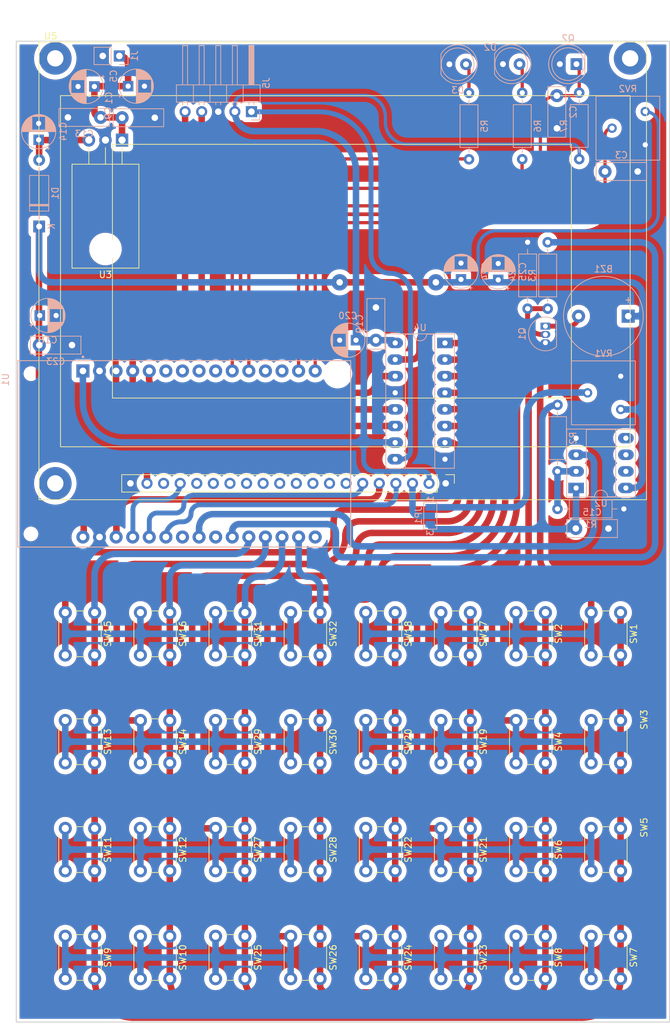
<source format=kicad_pcb>
(kicad_pcb (version 20211014) (generator pcbnew)
  (layers (0 "F.Cu" signal) (31 "B.Cu" signal) (34 "B.Paste" user) (35 "F.Paste" user) (36 "B.SilkS" user "B.Silkscreen") (37 "F.SilkS" user "F.Silkscreen") (38 "B.Mask" user) (39 "F.Mask" user) (44 "Edge.Cuts" user))
  (net 0 "")
  (net 1 "+5V")
  (net 2 "Net-(BZ1-Pad2)")
  (net 3 "VCC")
  (net 4 "GND")
  (net 5 "+3V3")
  (net 6 "Net-(C14-Pad1)")
  (net 7 "Sinal Contraste")
  (net 8 "GNDD")
  (net 9 "Net-(Q1-Pad2)")
  (net 10 "Net-(R1-Pad1)")
  (net 11 "Buzzer")
  (net 12 "Net-(JP1-Pad1)")
  (net 13 "L1")
  (net 14 "C1")
  (net 15 "L2")
  (net 16 "C2")
  (net 17 "C3")
  (net 18 "C4")
  (net 19 "C5")
  (net 20 "C6")
  (net 21 "C7")
  (net 22 "C8")
  (net 23 "Sensor_Ir")
  (net 24 "Sinal_Analogico")
  (net 25 "Net-(D2-Pad2)")
  (net 33 "Net-(D3-Pad2)")
  (net 34 "Led_Ir")
  (net 35 "L3")
  (net 36 "L4")
  (net 37 "Led_Red")
  (net 39 "DAC1")
  (net 41 "RS")
  (net 42 "Enable")
  (net 43 "Reset")
  (net 44 "RW")
  (net 45 "QH")
  (net 46 "CLOCK_SHIFT")
  (net 47 "SET_SHIFT")
  (net 48 "DADO_SHIFT")
  (net 59 "Net-(JP1-Pad2)")
  (footprint "Button_Switch_THT:SW_PUSH_6mm_H5mm" (layer "F.Cu") (at 70.951248 119.3 -90)
    (fp_text reference "SW31")
    (fp_text value "chave_tactil")
  )
  (footprint "Button_Switch_THT:SW_PUSH_6mm_H5mm" (layer "F.Cu") (at 82.451248 152.3 -90)
    (fp_text reference "SW28")
    (fp_text value "chave_tactil")
  )
  (footprint "Button_Switch_THT:SW_PUSH_6mm_H5mm" (layer "F.Cu") (at 82.451248 135.8 -90)
    (fp_text reference "SW30")
    (fp_text value "chave_tactil")
  )
  (footprint "Button_Switch_THT:SW_PUSH_6mm_H5mm" (layer "F.Cu") (at 116.951248 152.3 -90)
    (fp_text reference "SW6")
    (fp_text value "chave_tactil")
  )
  (footprint "Button_Switch_THT:SW_PUSH_6mm_H5mm" (layer "F.Cu") (at 93.951248 152.3 -90)
    (fp_text reference "SW22")
    (fp_text value "chave_tactil")
  )
  (footprint "Button_Switch_THT:SW_PUSH_6mm_H5mm" (layer "F.Cu") (at 93.951248 135.8 -90)
    (fp_text reference "SW20")
    (fp_text value "chave_tactil")
  )
  (footprint "Button_Switch_THT:SW_PUSH_6mm_H5mm" (layer "F.Cu") (at 47.948128 152.300312 -90)
    (fp_text reference "SW11")
    (fp_text value "chave_tactil")
  )
  (footprint "Button_Switch_THT:SW_PUSH_6mm_H5mm" (layer "F.Cu") (at 128.451248 135.8 -90)
    (fp_text reference "SW3")
    (fp_text value "chave_tactil")
  )
  (footprint "Button_Switch_THT:SW_PUSH_6mm_H5mm" (layer "F.Cu") (at 82.451248 119.3 -90)
    (fp_text reference "SW32")
    (fp_text value "chave_tactil")
  )
  (footprint "Package_TO_SOT_THT:TO-220-3_Horizontal_TabDown" (layer "F.Cu") (at 52.138128 47.045312 180)
    (fp_text reference "U3")
    (fp_text value "LM7805_TO220")
  )
  (footprint "Button_Switch_THT:SW_PUSH_6mm_H5mm" (layer "F.Cu") (at 128.451248 152.3 -90)
    (fp_text reference "SW5")
    (fp_text value "chave_tactil")
  )
  (footprint "Button_Switch_THT:SW_PUSH_6mm_H5mm" (layer "F.Cu") (at 128.451248 119.3 -90)
    (fp_text reference "SW1")
    (fp_text value "chave_tactil")
  )
  (footprint "Button_Switch_THT:SW_PUSH_6mm_H5mm" (layer "F.Cu") (at 105.451248 168.8 -90)
    (fp_text reference "SW23")
    (fp_text value "chave_tactil")
  )
  (footprint "Button_Switch_THT:SW_PUSH_6mm_H5mm" (layer "F.Cu") (at 93.951248 119.3 -90)
    (fp_text reference "SW18")
    (fp_text value "chave_tactil")
  )
  (footprint "Button_Switch_THT:SW_PUSH_6mm_H5mm" (layer "F.Cu") (at 105.451248 119.3 -90)
    (fp_text reference "SW17")
    (fp_text value "chave_tactil")
  )
  (footprint "Button_Switch_THT:SW_PUSH_6mm_H5mm" (layer "F.Cu") (at 59.448128 168.800312 -90)
    (fp_text reference "SW10")
    (fp_text value "chave_tactil")
  )
  (footprint "Button_Switch_THT:SW_PUSH_6mm_H5mm" (layer "F.Cu") (at 105.451248 135.8 -90)
    (fp_text reference "SW19")
    (fp_text value "chave_tactil")
  )
  (footprint "Button_Switch_THT:SW_PUSH_6mm_H5mm" (layer "F.Cu") (at 116.951248 168.8 -90)
    (fp_text reference "SW8")
    (fp_text value "chave_tactil")
  )
  (footprint "Button_Switch_THT:SW_PUSH_6mm_H5mm" (layer "F.Cu") (at 47.948128 168.800312 -90)
    (fp_text reference "SW9")
    (fp_text value "chave_tactil")
  )
  (footprint "Button_Switch_THT:SW_PUSH_6mm_H5mm" (layer "F.Cu") (at 70.951248 152.3 -90)
    (fp_text reference "SW27")
    (fp_text value "chave_tactil")
  )
  (footprint "Button_Switch_THT:SW_PUSH_6mm_H5mm" (layer "F.Cu") (at 70.951248 168.8 -90)
    (fp_text reference "SW25")
    (fp_text value "chave_tactil")
  )
  (footprint "Button_Switch_THT:SW_PUSH_6mm_H5mm" (layer "F.Cu") (at 47.948128 119.300312 -90)
    (fp_text reference "SW15")
    (fp_text value "chave_tactil")
  )
  (footprint "Button_Switch_THT:SW_PUSH_6mm_H5mm" (layer "F.Cu") (at 116.951248 135.8 -90)
    (fp_text reference "SW4")
    (fp_text value "chave_tactil")
  )
  (footprint "Biblioteca Geral:Display 128x64" (layer "F.Cu") (at 39.418128 32.045312)
    (fp_text reference "U5")
    (fp_text value "LCD_GRAFICO_ST920")
  )
  (footprint "Button_Switch_THT:SW_PUSH_6mm_H5mm" (layer "F.Cu") (at 59.448128 152.300312 -90)
    (fp_text reference "SW12")
    (fp_text value "chave_tactil")
  )
  (footprint "Button_Switch_THT:SW_PUSH_6mm_H5mm" (layer "F.Cu") (at 59.448128 119.300312 -90)
    (fp_text reference "SW16")
    (fp_text value "chave_tactil")
  )
  (footprint "Button_Switch_THT:SW_PUSH_6mm_H5mm" (layer "F.Cu") (at 105.451248 152.3 -90)
    (fp_text reference "SW21")
    (fp_text value "chave_tactil")
  )
  (footprint "Button_Switch_THT:SW_PUSH_6mm_H5mm" (layer "F.Cu") (at 93.951248 168.8 -90)
    (fp_text reference "SW24")
    (fp_text value "chave_tactil")
  )
  (footprint "Button_Switch_THT:SW_PUSH_6mm_H5mm" (layer "F.Cu") (at 47.948128 135.800312 -90)
    (fp_text reference "SW13")
    (fp_text value "chave_tactil")
  )
  (footprint "Button_Switch_THT:SW_PUSH_6mm_H5mm" (layer "F.Cu") (at 82.451248 168.8 -90)
    (fp_text reference "SW26")
    (fp_text value "chave_tactil")
  )
  (footprint "Button_Switch_THT:SW_PUSH_6mm_H5mm" (layer "F.Cu") (at 59.448128 135.800312 -90)
    (fp_text reference "SW14")
    (fp_text value "chave_tactil")
  )
  (footprint "Button_Switch_THT:SW_PUSH_6mm_H5mm" (layer "F.Cu") (at 70.951248 135.8 -90)
    (fp_text reference "SW29")
    (fp_text value "chave_tactil")
  )
  (footprint "Button_Switch_THT:SW_PUSH_6mm_H5mm" (layer "F.Cu") (at 128.451248 168.8 -90)
    (fp_text reference "SW7")
    (fp_text value "chave_tactil")
  )
  (footprint "Button_Switch_THT:SW_PUSH_6mm_H5mm" (layer "F.Cu") (at 116.951248 119.3 -90)
    (fp_text reference "SW2")
    (fp_text value "chave_tactil")
  )
  (footprint "Resistor_THT:R_Axial_DIN0207_L6.3mm_D2.5mm_P10.16mm_Horizontal" (layer "B.Cu") (at 122.125 39.8 -90)
    (fp_text reference "R7")
    (fp_text value "100K")
  )
  (footprint "Capacitor_THT:C_Disc_D7.5mm_W2.5mm_P5.00mm" (layer "B.Cu") (at 57.148128 43.625312 180)
    (fp_text reference "C9")
    (fp_text value "0.1uf")
  )
  (footprint "Diode_THT:D_A-405_P10.16mm_Horizontal" (layer "B.Cu") (at 39.448128 60.255312 90)
    (fp_text reference "D1")
    (fp_text value "D_Schottky")
  )
  (footprint "Resistor_THT:R_Axial_DIN0207_L6.3mm_D2.5mm_P10.16mm_Horizontal" (layer "B.Cu") (at 113.4 49.98 90)
    (fp_text reference "R6")
    (fp_text value "100")
  )
  (footprint "Capacitor_THT:C_Disc_D7.5mm_W2.5mm_P5.00mm" (layer "B.Cu") (at 39.475 78.4)
    (fp_text reference "C23")
    (fp_text value "0.1uF")
  )
  (footprint "Resistor_THT:R_Axial_DIN0207_L6.3mm_D2.5mm_P10.16mm_Horizontal" (layer "B.Cu") (at 118.798128 97.700312 90)
    (fp_text reference "R2")
    (fp_text value "11K")
  )
  (footprint "Capacitor_THT:C_Disc_D7.5mm_W2.5mm_P5.00mm" (layer "B.Cu") (at 131.075 51.85 180)
    (fp_text reference "C3")
    (fp_text value "0.1uf")
  )
  (footprint "Capacitor_THT:CP_Radial_D5.0mm_P2.50mm" (layer "B.Cu") (at 39.544888 73.875)
    (fp_text reference "C18")
    (fp_text value "10UF/35V")
  )
  (footprint "Resistor_THT:R_Axial_DIN0207_L6.3mm_D2.5mm_P10.16mm_Horizontal" (layer "B.Cu") (at 117.298128 62.670312 -90)
    (fp_text reference "R3")
    (fp_text value "1K")
  )
  (footprint "Connector_PinHeader_2.54mm:PinHeader_1x02_P2.54mm_Vertical" (layer "B.Cu") (at 51.723128 34.175312 90)
    (fp_text reference "J1")
    (fp_text value "Screw_Terminal_01x02")
  )
  (footprint "Capacitor_THT:CP_Radial_D5.0mm_P2.50mm" (layer "B.Cu") (at 109.725 68.425 90)
    (fp_text reference "C25")
    (fp_text value "10UF/35V")
  )
  (footprint "Capacitor_THT:C_Disc_D7.5mm_W2.5mm_P5.00mm" (layer "B.Cu") (at 91 72.65 -90)
    (fp_text reference "C19")
    (fp_text value "0.1uf")
  )
  (footprint "Capacitor_THT:CP_Radial_D5.0mm_P2.50mm" (layer "B.Cu") (at 47.903241 38.850312 180)
    (fp_text reference "C1")
    (fp_text value "100UF/50v")
  )
  (footprint "Jumper:SolderJumper-3_P1.3mm_Open_Pad1.0x1.5mm_NumberLabels" (layer "B.Cu") (at 99.323128 104.500312 -90)
    (fp_text reference "JP1")
    (fp_text value "Jumper_3_Open")
  )
  (footprint "Buzzer_Beeper:Buzzer_12x9.5RM7.6" (layer "B.Cu") (at 129.623128 73.975312 180)
    (fp_text reference "BZ1")
    (fp_text value "Buzzer")
  )
  (footprint "LED_THT:LED_D5.0mm" (layer "B.Cu") (at 110.45 35.425)
    (fp_text reference "D2")
    (fp_text value "LED_RED")
  )
  (footprint "Capacitor_THT:CP_Radial_D5.0mm_P2.50mm" (layer "B.Cu") (at 104.025 68.355112 90)
    (fp_text reference "C24")
    (fp_text value "100UF/50v")
  )
  (footprint "Capacitor_THT:CP_Radial_D5.0mm_P2.50mm" (layer "B.Cu") (at 39.373128 47.000312 90)
    (fp_text reference "C14")
    (fp_text value "10UF/35V")
  )
  (footprint "Capacitor_THT:C_Disc_D7.5mm_W2.5mm_P5.00mm" (layer "B.Cu") (at 126.598128 106.450312 180)
    (fp_text reference "C15")
    (fp_text value "0.1uf")
  )
  (footprint "Potentiometer_THT:Potentiometer_Bourns_3386F_Vertical" (layer "B.Cu") (at 132.23 47.765 180)
    (fp_text reference "RV2")
    (fp_text value "10K")
  )
  (footprint "Capacitor_THT:C_Disc_D7.5mm_W2.5mm_P5.00mm" (layer "B.Cu") (at 118.7 45.25 90)
    (fp_text reference "C2")
    (fp_text value "0.1uf")
  )
  (footprint "Potentiometer_THT:Potentiometer_Bourns_3386F_Vertical" (layer "B.Cu") (at 128.478128 88.240312 180)
    (fp_text reference "RV1")
    (fp_text value "10K")
  )
  (footprint "LED_THT:LED_D5.0mm" (layer "B.Cu") (at 121.7 35.425 180)
    (fp_text reference "Q2")
    (fp_text value "Q_Photo_NPN")
  )
  (footprint "Package_TO_SOT_THT:TO-92L_Inline" (layer "B.Cu") (at 116.948128 75.500312 -90)
    (fp_text reference "Q1")
    (fp_text value "Q_NPN_CBE")
  )
  (footprint "Biblioteca Geral:MODULE_ESP32_DEVKIT_V1" (layer "B.Cu") (at 61.663128 95.050312 -90)
    (fp_text reference "U1")
    (fp_text value "ESP32-DEVKIT-V1")
  )
  (footprint "LED_THT:LED_D5.0mm" (layer "B.Cu") (at 102.25 35.45)
    (fp_text reference "D3")
    (fp_text value "LED_IR")
  )
  (footprint "Resistor_THT:R_Axial_DIN0207_L6.3mm_D2.5mm_P10.16mm_Horizontal" (layer "B.Cu") (at 105.25 49.985 90)
    (fp_text reference "R5")
    (fp_text value "100")
  )
  (footprint "Connector_PinHeader_2.54mm:PinHeader_1x05_P2.54mm_Horizontal" (layer "B.Cu") (at 71.948128 42.700312 90)
    (fp_text reference "J5")
    (fp_text value "Conector ShiftRegister")
  )
  (footprint "Package_DIP:DIP-8_W7.62mm_Socket_LongPads" (layer "B.Cu") (at 121.648128 100.250312)
    (fp_text reference "U2")
    (fp_text value "LM358")
  )
  (footprint "Resistor_THT:R_Axial_DIN0207_L6.3mm_D2.5mm_P10.16mm_Horizontal" (layer "B.Cu") (at 114.223128 62.665312 -90)
    (fp_text reference "R4")
    (fp_text value "10K")
  )
  (footprint "Capacitor_THT:CP_Radial_D5.0mm_P2.50mm" (layer "B.Cu") (at 87.95 77.65 180)
    (fp_text reference "C20")
    (fp_text value "10UF/35V")
  )
  (footprint "Resistor_THT:R_Axial_DIN0207_L6.3mm_D2.5mm_P10.16mm_Horizontal" (layer "B.Cu") (at 118.798128 103.450312)
    (fp_text reference "R1")
    (fp_text value "20K")
  )
  (footprint "Capacitor_THT:C_Disc_D7.5mm_W2.5mm_P5.00mm" (layer "B.Cu") (at 43.848128 43.575312)
    (fp_text reference "C13")
    (fp_text value "0.1uf")
  )
  (footprint "Capacitor_THT:CP_Radial_D5.0mm_P2.50mm" (layer "B.Cu") (at 53.068015 38.800312)
    (fp_text reference "C5")
    (fp_text value "10UF/35V")
  )
  (footprint "Package_DIP:DIP-16_W7.62mm_Socket_LongPads" (layer "B.Cu") (at 101.573128 78.070312 180)
    (fp_text reference "U4")
    (fp_text value "M74HC595B1")
  )
  (gr_rect (start 35.948128 31.925312) (end 135.948128 181.925312) (layer "Edge.Cuts") (width 0.15) (fill none))
  (segment (start 47.773128 96.800312) (end 47.598128 96.800312) (width 1) (layer "F.Cu") (net 1))
  (segment (start 46.273128 98.125312) (end 46.273128 107.625312) (width 1) (layer "F.Cu") (net 1))
  (segment (start 46.273128 95.300312) (end 46.273128 95.250312) (width 1) (layer "F.Cu") (net 1))
  (segment (start 46.273128 97.175312) (end 46.273128 95.250312) (width 1) (layer "F.Cu") (net 1))
  (segment (start 46.273128 95.250312) (end 46.273128 94.675312) (width 1) (layer "F.Cu") (net 1))
  (segment (start 55.958128 99.545312) (end 55.958128 97.835312) (width 1) (layer "F.Cu") (net 1))
  (segment (start 39.423128 89.825312) (end 39.423128 60.280312) (width 1) (layer "F.Cu") (net 1))
  (segment (start 100.175 68.8) (end 85.45 68.8) (width 1) (layer "F.Cu") (net 1))
  (segment (start 43.848128 92.250312) (end 41.848128 92.250312) (width 1) (layer "F.Cu") (net 1))
  (segment (start 46.273128 97.175312) (end 46.273128 98.125312) (width 1) (layer "F.Cu") (net 1))
  (segment (start 47.773128 96.800312) (end 46.648128 96.800312) (width 1) (layer "F.Cu") (net 1))
  (segment (start 54.923128 96.800312) (end 47.773128 96.800312) (width 1) (layer "F.Cu") (net 1))
  (via (at 85.45 68.8) (size 2.5) (drill 1) (layers "F.Cu" "B.Cu") (net 1))
  (via (at 100.175 68.8) (size 2.5) (drill 1) (layers "F.Cu" "B.Cu") (net 1))
  (arc (start 46.273128 107.625312) (mid 46.236516 107.7137) (end 46.148128 107.750312) (width 1) (layer "F.Cu") (net 1))
  (arc (start 46.273128 94.675312) (mid 45.562862 92.960578) (end 43.848128 92.250312) (width 1) (layer "F.Cu") (net 1))
  (arc (start 41.848128 92.250312) (mid 40.133394 91.540046) (end 39.423128 89.825312) (width 1) (layer "F.Cu") (net 1))
  (arc (start 39.423128 60.280312) (mid 39.43045 60.262634) (end 39.448128 60.255312) (width 1) (layer "F.Cu") (net 1))
  (arc (start 47.598128 96.800312) (mid 46.661212 97.188396) (end 46.273128 98.125312) (width 1) (layer "F.Cu") (net 1))
  (arc (start 47.773128 96.800312) (mid 46.712468 96.360972) (end 46.273128 95.300312) (width 1) (layer "F.Cu") (net 1))
  (arc (start 46.648128 96.800312) (mid 46.382963 96.910147) (end 46.273128 97.175312) (width 1) (layer "F.Cu") (net 1))
  (arc (start 55.958128 97.835312) (mid 55.654984 97.103456) (end 54.923128 96.800312) (width 1) (layer "F.Cu") (net 1))
  (segment (start 129.623128 73.975312) (end 131.573128 73.975312) (width 1) (layer "B.Cu") (net 1))
  (segment (start 129.623128 73.975312) (end 130.998128 73.975312) (width 1) (layer "B.Cu") (net 1))
  (segment (start 109.4 60.925) (end 131.525 60.925) (width 0.5) (layer "B.Cu") (net 1))
  (segment (start 85.449688 68.800312) (end 85.45 68.8) (width 1) (layer "B.Cu") (net 1))
  (segment (start 131.798128 74.500312) (end 131.798128 73.750312) (width 1) (layer "B.Cu") (net 1))
  (segment (start 129.623128 73.975312) (end 131.273128 73.975312) (width 1) (layer "B.Cu") (net 1))
  (segment (start 103.049376 68.8) (end 100.175 68.8) (width 1) (layer "B.Cu") (net 1))
  (segment (start 106.649688 68.800312) (end 129.873128 68.800312) (width 1) (layer "B.Cu") (net 1))
  (segment (start 128.583128 100.235312) (end 130.493128 100.235312) (width 1) (layer "B.Cu") (net 1))
  (segment (start 131.798128 86.900312) (end 131.798128 74.500312) (width 1) (layer "B.Cu") (net 1))
  (segment (start 131.773128 95.185953) (end 131.773128 98.825312) (width 1) (layer "B.Cu") (net 1))
  (segment (start 106.649688 68.800312) (end 106.649688 63.675312) (width 0.5) (layer "B.Cu") (net 1))
  (segment (start 39.448128 60.255312) (end 39.448128 66.800312) (width 1) (layer "B.Cu") (net 1))
  (segment (start 131.798128 73.175312) (end 131.798128 70.725312) (width 1) (layer "B.Cu") (net 1))
  (segment (start 103.049688 68.800312) (end 106.649688 68.800312) (width 1) (layer "B.Cu") (net 1))
  (segment (start 41.448128 68.800312) (end 85.449688 68.800312) (width 1) (layer "B.Cu") (net 1))
  (segment (start 130.388128 88.240312) (end 130.458128 88.240312) (width 1) (layer "B.Cu") (net 1))
  (segment (start 131.798128 98.825312) (end 131.773128 98.825312) (width 1) (layer "B.Cu") (net 1))
  (segment (start 131.798128 89.650312) (end 131.798128 95.160953) (width 1) (layer "B.Cu") (net 1))
  (segment (start 134.25 58.2) (end 134.25 44.705) (width 0.5) (layer "B.Cu") (net 1))
  (segment (start 128.478128 88.240312) (end 130.388128 88.240312) (width 1) (layer "B.Cu") (net 1))
  (segment (start 131.798128 73.750312) (end 131.798128 73.175312) (width 1) (layer "B.Cu") (net 1))
  (segment (start 131.798128 86.900312) (end 131.798128 89.650312) (width 1) (layer "B.Cu") (net 1))
  (arc (start 131.798128 95.160953) (mid 131.78045 95.168275) (end 131.773128 95.185953) (width 1) (layer "B.Cu") (net 1))
  (arc (start 130.458128 88.240312) (mid 131.405651 87.847835) (end 131.798128 86.900312) (width 1) (layer "B.Cu") (net 1))
  (arc (start 130.998128 73.975312) (mid 131.563813 73.740997) (end 131.798128 73.175312) (width 1) (layer "B.Cu") (net 1))
  (arc (start 131.798128 98.825312) (mid 131.385149 99.822333) (end 130.388128 100.235312) (width 1) (layer "B.Cu") (net 1))
  (arc (start 39.448128 66.800312) (mid 40.033914 68.214526) (end 41.448128 68.800312) (width 1) (layer "B.Cu") (net 1))
  (arc (start 106.649688 63.675312) (mid 107.455236 61.730548) (end 109.4 60.925) (width 0.5) (layer "B.Cu") (net 1))
  (arc (start 131.573128 73.975312) (mid 131.732227 73.909411) (end 131.798128 73.750312) (width 1) (layer "B.Cu") (net 1))
  (arc (start 131.273128 73.975312) (mid 131.644359 74.129081) (end 131.798128 74.500312) (width 1) (layer "B.Cu") (net 1))
  (arc (start 134.25 44.705) (mid 133.658356 43.276644) (end 132.23 42.685) (width 0.5) (layer "B.Cu") (net 1))
  (arc (start 131.525 60.925) (mid 133.451866 60.126866) (end 134.25 58.2) (width 0.5) (layer "B.Cu") (net 1))
  (arc (start 130.388128 88.240312) (mid 131.385149 88.653291) (end 131.798128 89.650312) (width 1) (layer "B.Cu") (net 1))
  (arc (start 103.049688 68.800312) (mid 103.049597 68.800091) (end 103.049376 68.8) (width 1) (layer "B.Cu") (net 1))
  (arc (start 100.175312 68.800312) (mid 100.175091 68.800221) (end 100.175 68.8) (width 0.25) (layer "B.Cu") (net 1))
  (arc (start 129.873128 68.800312) (mid 131.234309 69.364131) (end 131.798128 70.725312) (width 1) (layer "B.Cu") (net 1))
  (segment (start 116.948128 75.500312) (end 120.498128 75.500312) (width 0.75) (layer "F.Cu") (net 2))
  (arc (start 120.498128 75.500312) (mid 121.576466 75.05365) (end 122.023128 73.975312) (width 0.75) (layer "F.Cu") (net 2))
  (segment (start 53.068015 38.800312) (end 53.068015 35.520199) (width 1) (layer "F.Cu") (net 3))
  (segment (start 52.138128 43.635312) (end 52.138128 47.045312) (width 1) (layer "F.Cu") (net 3))
  (segment (start 53.068015 38.800312) (end 47.953241 38.800312) (width 1) (layer "F.Cu") (net 3))
  (segment (start 48.848128 43.575312) (end 52.098128 43.575312) (width 1) (layer "F.Cu") (net 3))
  (segment (start 47.903241 38.850312) (end 47.903241 42.630425) (width 1) (layer "F.Cu") (net 3))
  (arc (start 53.068015 35.520199) (mid 52.674107 34.56922) (end 51.723128 34.175312) (width 1) (layer "F.Cu") (net 3))
  (arc (start 47.953241 38.800312) (mid 47.917886 38.814957) (end 47.903241 38.850312) (width 1) (layer "F.Cu") (net 3))
  (arc (start 52.148128 43.625312) (mid 52.141057 43.628241) (end 52.138128 43.635312) (width 1) (layer "F.Cu") (net 3))
  (arc (start 47.903241 42.630425) (mid 48.179992 43.298561) (end 48.848128 43.575312) (width 1) (layer "F.Cu") (net 3))
  (arc (start 52.098128 43.575312) (mid 52.133483 43.589957) (end 52.148128 43.625312) (width 1) (layer "F.Cu") (net 3))
  (segment (start 46.148128 82.350312) (end 46.148128 87.100312) (width 1) (layer "B.Cu") (net 5))
  (segment (start 89.148128 91.400312) (end 89.148128 93.050312) (width 1) (layer "B.Cu") (net 5))
  (segment (start 90.911872 97.711872) (end 98.286872 97.711872) (width 0.75) (layer "B.Cu") (net 5))
  (segment (start 90.075 77.65) (end 93.532816 77.65) (width 1) (layer "B.Cu") (net 5))
  (segment (start 87.95 77.65) (end 90.075 77.65) (width 1) (layer "B.Cu") (net 5))
  (segment (start 89.148128 91.825312) (end 89.148128 91.400312) (width 1) (layer "B.Cu") (net 5))
  (segment (start 89.125 94.7) (end 89.125 94.67344) (width 0.75) (layer "B.Cu") (net 5))
  (segment (start 122.125 49.96) (end 122.125 48.775) (width 0.5) (layer "B.Cu") (net 5))
  (segment (start 87.698128 93.275312) (end 88.923128 93.275312) (width 1) (layer "B.Cu") (net 5))
  (segment (start 87.698128 93.275312) (end 87.700312 93.275312) (width 0.75) (layer "B.Cu") (net 5))
  (segment (start 92.45 44.3) (end 92.45 43.475) (width 0.5) (layer "B.Cu") (net 5))
  (segment (start 89.148128 78.848128) (end 89.148128 78.576872) (width 1) (layer "B.Cu") (net 5))
  (segment (start 89.148128 91.825312) (end 89.148128 91.900312) (width 1) (layer "B.Cu") (net 5))
  (segment (start 99.15 98.575) (end 99.15 99.53344) (width 0.75) (layer "B.Cu") (net 5))
  (segment (start 89.175 40.2) (end 70.775 40.2) (width 0.5) (layer "B.Cu") (net 5))
  (segment (start 87.95 77.65) (end 87.95 75.125) (width 1) (layer "B.Cu") (net 5))
  (segment (start 121.025 47.675) (end 95.825 47.675) (width 0.5) (layer "B.Cu") (net 5))
  (segment (start 87.95 75.125) (end 87.95 75.525) (width 0.75) (layer "B.Cu") (net 5))
  (segment (start 81.8 45.675) (end 72.382816 45.675) (width 1) (layer "B.Cu") (net 5))
  (segment (start 90.523128 93.275312) (end 93.918128 93.275312) (width 1) (layer "B.Cu") (net 5))
  (segment (start 87.95 75.125) (end 87.95 51.825) (width 1) (layer "B.Cu") (net 5))
  (segment (start 52.323128 93.275312) (end 87.698128 93.275312) (width 1) (layer "B.Cu") (net 5))
  (segment (start 88.923128 93.275312) (end 90.523128 93.275312) (width 1) (layer "B.Cu") (net 5))
  (segment (start 69.4 41.575) (end 69.4 42.692184) (width 0.5) (layer "B.Cu") (net 5))
  (segment (start 89.125 95.925) (end 89.125 94.7) (width 0.75) (layer "B.Cu") (net 5))
  (segment (start 89.125 94.7) (end 89.125 93.477184) (width 0.75) (layer "B.Cu") (net 5))
  (segment (start 89.148128 91.400312) (end 89.148128 78.848128) (width 1) (layer "B.Cu") (net 5))
  (arc (start 70.775 40.2) (mid 69.802728 40.602728) (end 69.4 41.575) (width 0.5) (layer "B.Cu") (net 5))
  (arc (start 87.95 51.825) (mid 86.148707 47.476293) (end 81.8 45.675) (width 1) (layer "B.Cu") (net 5))
  (arc (start 95.825 47.675) (mid 93.438515 46.686485) (end 92.45 44.3) (width 0.5) (layer "B.Cu") (net 5))
  (arc (start 89.148128 78.576872) (mid 89.419603 77.921475) (end 90.075 77.65) (width 1) (layer "B.Cu") (net 5))
  (arc (start 87.700312 93.275312) (mid 88.707719 93.692593) (end 89.125 94.7) (width 0.75) (layer "B.Cu") (net 5))
  (arc (start 89.125 94.67344) (mid 89.534502 93.684814) (end 90.523128 93.275312) (width 0.75) (layer "B.Cu") (net 5))
  (arc (start 89.148128 91.900312) (mid 89.550856 92.872584) (end 90.523128 93.275312) (width 1) (layer "B.Cu") (net 5))
  (arc (start 93.532816 77.65) (mid 93.830021 77.773107) (end 93.953128 78.070312) (width 1) (layer "B.Cu") (net 5))
  (arc (start 72.382816 45.675) (mid 70.279394 44.803734) (end 69.408128 42.700312) (width 1) (layer "B.Cu") (net 5))
  (arc (start 93.993128 93.350312) (mid 93.964844 93.338596) (end 93.953128 93.310312) (width 1) (layer "B.Cu") (net 5))
  (arc (start 46.148128 87.100312) (mid 47.956744 91.466696) (end 52.323128 93.275312) (width 1) (layer "B.Cu") (net 5))
  (arc (start 90.911872 97.711872) (mid 89.648363 97.188509) (end 89.125 95.925) (width 0.75) (layer "B.Cu") (net 5))
  (arc (start 87.698128 93.275312) (mid 88.723433 92.850617) (end 89.148128 91.825312) (width 1) (layer "B.Cu") (net 5))
  (arc (start 87.95 75.525) (mid 88.572398 77.027602) (end 90.075 77.65) (width 0.75) (layer "B.Cu") (net 5))
  (arc (start 122.125 48.775) (mid 121.802817 47.997183) (end 121.025 47.675) (width 0.5) (layer "B.Cu") (net 5))
  (arc (start 89.148128 93.050312) (mid 89.082227 93.209411) (end 88.923128 93.275312) (width 1) (layer "B.Cu") (net 5))
  (arc (start 89.125 93.477184) (mid 89.065873 93.334439) (end 88.923128 93.275312) (width 0.75) (layer "B.Cu") (net 5))
  (arc (start 98.286872 97.711872) (mid 98.897196 97.964676) (end 99.15 98.575) (width 0.75) (layer "B.Cu") (net 5))
  (arc (start 93.918128 93.275312) (mid 93.942877 93.285563) (end 93.953128 93.310312) (width 1) (layer "B.Cu") (net 5))
  (arc (start 69.425 42.717184) (mid 69.420058 42.705254) (end 69.408128 42.700312) (width 0.75) (layer "B.Cu") (net 5))
  (arc (start 89.148128 78.848128) (mid 88.797204 78.000924) (end 87.95 77.65) (width 1) (layer "B.Cu") (net 5))
  (arc (start 92.45 43.475) (mid 91.490775 41.159225) (end 89.175 40.2) (width 0.5) (layer "B.Cu") (net 5))
  (arc (start 69.4 42.692184) (mid 69.402381 42.697931) (end 69.408128 42.700312) (width 0.5) (layer "B.Cu") (net 5))
  (arc (start 99.15 99.53344) (mid 99.146523 99.541835) (end 99.138128 99.545312) (width 0.75) (layer "B.Cu") (net 5))
  (segment (start 47.058128 47.045312) (end 39.418128 47.045312) (width 1) (layer "F.Cu") (net 6))
  (segment (start 39.448128 47.075312) (end 39.448128 50.095312) (width 1) (layer "F.Cu") (net 6))
  (arc (start 39.373128 47.000312) (mid 39.426161 47.022279) (end 39.448128 47.075312) (width 1) (layer "F.Cu") (net 6))
  (arc (start 39.418128 47.045312) (mid 39.386308 47.032132) (end 39.373128 47.000312) (width 1) (layer "F.Cu") (net 6))
  (segment (start 113.598128 106.550312) (end 100.073128 106.550312) (width 1) (layer "B.Cu") (net 7))
  (segment (start 121.648128 100.250312) (end 121.648128 104.125312) (width 1) (layer "B.Cu") (net 7))
  (segment (start 118.198128 106.550312) (end 118.673128 106.550312) (width 1) (layer "B.Cu") (net 7))
  (segment (start 121.648128 106.400312) (end 121.648128 100.250312) (width 1) (layer "B.Cu") (net 7))
  (segment (start 116.448128 106.550312) (end 113.598128 106.550312) (width 1) (layer "B.Cu") (net 7))
  (segment (start 116.448128 104.800312) (end 116.448128 89.890312) (width 1) (layer "B.Cu") (net 7))
  (segment (start 116.448128 106.550312) (end 116.448128 104.800312) (width 1) (layer "B.Cu") (net 7))
  (segment (start 121.498128 106.550312) (end 117.398128 106.550312) (width 1) (layer "B.Cu") (net 7))
  (segment (start 114.698128 106.550312) (end 113.598128 106.550312) (width 1) (layer "B.Cu") (net 7))
  (segment (start 119.223128 106.550312) (end 118.673128 106.550312) (width 1) (layer "B.Cu") (net 7))
  (segment (start 117.398128 106.550312) (end 116.448128 106.550312) (width 1) (layer "B.Cu") (net 7))
  (segment (start 118.673128 106.550312) (end 117.398128 106.550312) (width 1) (layer "B.Cu") (net 7))
  (arc (start 121.598128 106.450312) (mid 121.633483 106.435667) (end 121.648128 106.400312) (width 1) (layer "B.Cu") (net 7))
  (arc (start 100.073128 106.550312) (mid 99.542798 106.330642) (end 99.323128 105.800312) (width 1) (layer "B.Cu") (net 7))
  (arc (start 121.598128 106.450312) (mid 121.568839 106.521023) (end 121.498128 106.550312) (width 1) (layer "B.Cu") (net 7))
  (arc (start 121.648128 104.125312) (mid 120.937862 105.840046) (end 119.223128 106.550312) (width 1) (layer "B.Cu") (net 7))
  (arc (start 116.448128 104.800312) (mid 115.935565 106.037749) (end 114.698128 106.550312) (width 1) (layer "B.Cu") (net 7))
  (arc (start 116.448128 104.800312) (mid 116.960691 106.037749) (end 118.198128 106.550312) (width 1) (layer "B.Cu") (net 7))
  (arc (start 116.448128 89.890312) (mid 117.136427 88.228611) (end 118.798128 87.540312) (width 1) (layer "B.Cu") (net 7))
  (segment (start 116.948128 76.770312) (end 116.368128 76.770312) (width 0.75) (layer "F.Cu") (net 9))
  (segment (start 115.173128 72.825312) (end 115.898128 72.825312) (width 0.75) (layer "F.Cu") (net 9))
  (segment (start 114.223128 73.775312) (end 114.223128 72.825312) (width 0.75) (layer "F.Cu") (net 9))
  (segment (start 114.223128 72.825312) (end 115.898128 72.825312) (width 0.75) (layer "F.Cu") (net 9))
  (segment (start 115.898128 72.825312) (end 117.293128 72.825312) (width 0.75) (layer "F.Cu") (net 9))
  (segment (start 114.223128 74.625312) (end 114.223128 73.775312) (width 0.75) (layer "F.Cu") (net 9))
  (arc (start 117.293128 72.825312) (mid 117.296664 72.826776) (end 117.298128 72.830312) (width 0.75) (layer "F.Cu") (net 9))
  (arc (start 114.223128 73.775312) (mid 114.501377 73.103561) (end 115.173128 72.825312) (width 0.75) (layer "F.Cu") (net 9))
  (arc (start 116.368128 76.770312) (mid 114.851384 76.142056) (end 114.223128 74.625312) (width 0.75) (layer "F.Cu") (net 9))
  (segment (start 118.798128 97.700312) (end 121.638128 97.700312) (width 1) (layer "B.Cu") (net 10))
  (segment (start 118.798128 97.700312) (end 118.798128 103.450312) (width 1) (layer "B.Cu") (net 10))
  (arc (start 121.638128 97.700312) (mid 121.645199 97.703241) (end 121.648128 97.710312) (width 1) (layer "B.Cu") (net 10))
  (segment (start 85.948128 110.850312) (end 131.498128 110.850312) (width 1) (layer "B.Cu") (net 11))
  (segment (start 131.448128 62.675312) (end 117.303128 62.675312) (width 1) (layer "B.Cu") (net 11))
  (segment (start 84.873128 107.125312) (end 84.873128 109.775312) (width 1) (layer "B.Cu") (net 11))
  (segment (start 133.748128 108.600312) (end 133.748128 64.975312) (width 1) (layer "B.Cu") (net 11))
  (segment (start 70.073128 105.775312) (end 83.523128 105.775312) (width 1) (layer "B.Cu") (net 11))
  (segment (start 69.008128 107.750312) (end 69.008128 106.840312) (width 1) (layer "B.Cu") (net 11))
  (arc (start 117.303128 62.675312) (mid 117.299592 62.673848) (end 117.298128 62.670312) (width 1) (layer "B.Cu") (net 11))
  (arc (start 131.498128 110.850312) (mid 133.089118 110.191302) (end 133.748128 108.600312) (width 1) (layer "B.Cu") (net 11))
  (arc (start 84.873128 109.775312) (mid 85.187988 110.535452) (end 85.948128 110.850312) (width 1) (layer "B.Cu") (net 11))
  (arc (start 83.523128 105.775312) (mid 84.477722 106.170718) (end 84.873128 107.125312) (width 1) (layer "B.Cu") (net 11))
  (arc (start 133.748128 64.975312) (mid 133.074474 63.348966) (end 131.448128 62.675312) (width 1) (layer "B.Cu") (net 11))
  (arc (start 69.008128 106.840312) (mid 69.320059 106.087243) (end 70.073128 105.775312) (width 1) (layer "B.Cu") (net 11))
  (segment (start 123.348128 85.650312) (end 117.748128 85.650312) (width 1) (layer "B.Cu") (net 12))
  (segment (start 99.323128 103.200312) (end 111.873128 103.200312) (width 1) (layer "B.Cu") (net 12))
  (segment (start 114.048128 89.350312) (end 114.048128 101.025312) (width 1) (layer "B.Cu") (net 12))
  (arc (start 114.048128 101.025312) (mid 113.411085 102.563269) (end 111.873128 103.200312) (width 1) (layer "B.Cu") (net 12))
  (arc (start 123.398128 85.700312) (mid 123.383483 85.664957) (end 123.348128 85.650312) (width 1) (layer "B.Cu") (net 12))
  (arc (start 117.748128 85.650312) (mid 115.131833 86.734017) (end 114.048128 89.350312) (width 1) (layer "B.Cu") (net 12))
  (segment (start 128.451248 119.3) (end 128.451248 175.3) (width 1) (layer "F.Cu") (net 13))
  (segment (start 47.948128 119.300312) (end 47.948128 175.300312) (width 1) (layer "F.Cu") (net 13))
  (segment (start 122.500936 181.250312) (end 53.898128 181.250312) (width 1) (layer "F.Cu") (net 13))
  (arc (start 128.451248 175.3) (mid 126.708442 179.507506) (end 122.500936 181.250312) (width 1) (layer "F.Cu") (net 13))
  (arc (start 53.898128 181.250312) (mid 49.690843 179.507597) (end 47.948128 175.300312) (width 1) (layer "F.Cu") (net 13))
  (segment (start 47.923128 113.650312) (end 47.923128 119.275312) (width 1) (layer "B.Cu") (net 13))
  (segment (start 69.398128 110.325312) (end 51.248128 110.325312) (width 1) (layer "B.Cu") (net 13))
  (segment (start 71.548128 107.750312) (end 71.548128 108.175312) (width 1) (layer "B.Cu") (net 13))
  (arc (start 71.548128 108.175312) (mid 70.918408 109.695592) (end 69.398128 110.325312) (width 1) (layer "B.Cu") (net 13))
  (arc (start 47.923128 119.275312) (mid 47.93045 119.29299) (end 47.948128 119.300312) (width 1) (layer "B.Cu") (net 13))
  (arc (start 51.248128 110.325312) (mid 48.896998 111.299182) (end 47.923128 113.650312) (width 1) (layer "B.Cu") (net 13))
  (segment (start 97.673128 78.025312) (end 97.673128 79.350312) (width 1) (layer "F.Cu") (net 14))
  (segment (start 121.373128 113.675312) (end 118.798128 113.675312) (width 1) (layer "F.Cu") (net 14))
  (segment (start 108.748128 75.900312) (end 99.798128 75.900312) (width 1) (layer "F.Cu") (net 14))
  (segment (start 96.423128 80.600312) (end 93.963128 80.600312) (width 1) (layer "F.Cu") (net 14))
  (segment (start 116.148128 111.025312) (end 116.148128 83.300312) (width 1) (layer "F.Cu") (net 14))
  (segment (start 123.951248 119.3) (end 123.951248 116.253432) (width 1) (layer "F.Cu") (net 14))
  (arc (start 118.798128 113.675312) (mid 116.924295 112.899145) (end 116.148128 111.025312) (width 1) (layer "F.Cu") (net 14))
  (arc (start 97.673128 79.350312) (mid 97.307011 80.234195) (end 96.423128 80.600312) (width 1) (layer "F.Cu") (net 14))
  (arc (start 123.951248 116.253432) (mid 123.196134 114.430426) (end 121.373128 113.675312) (width 1) (layer "F.Cu") (net 14))
  (arc (start 116.148128 83.300312) (mid 113.980718 78.067722) (end 108.748128 75.900312) (width 1) (layer "F.Cu") (net 14))
  (arc (start 99.798128 75.900312) (mid 98.295526 76.52271) (end 97.673128 78.025312) (width 1) (layer "F.Cu") (net 14))
  (arc (start 93.963128 80.600312) (mid 93.956057 80.603241) (end 93.953128 80.610312) (width 1) (layer "F.Cu") (net 14))
  (segment (start 89.448128 121.375312) (end 89.448128 121.125312) (width 1) (layer "B.Cu") (net 14))
  (segment (start 123.748128 122.550312) (end 123.951248 122.347192) (width 1) (layer "B.Cu") (net 14))
  (segment (start 100.948128 122.550312) (end 100.948128 125.800312) (width 1) (layer "B.Cu") (net 14))
  (segment (start 90.623128 122.550312) (end 89.523128 122.550312) (width 1) (layer "B.Cu") (net 14))
  (segment (start 89.448128 123.725312) (end 89.448128 123.825312) (width 1) (layer "B.Cu") (net 14))
  (segment (start 89.523128 122.550312) (end 89.448128 122.475312) (width 1) (layer "B.Cu") (net 14))
  (segment (start 100.948128 122.550312) (end 123.748128 122.550312) (width 1) (layer "B.Cu") (net 14))
  (segment (start 89.448128 121.125312) (end 89.448128 122.475312) (width 1) (layer "B.Cu") (net 14))
  (segment (start 100.948128 122.550312) (end 90.623128 122.550312) (width 1) (layer "B.Cu") (net 14))
  (segment (start 89.448128 122.475312) (end 89.448128 123.825312) (width 1) (layer "B.Cu") (net 14))
  (segment (start 100.948128 119.300312) (end 100.948128 122.550312) (width 1) (layer "B.Cu") (net 14))
  (segment (start 89.448128 119.300312) (end 89.448128 121.125312) (width 1) (layer "B.Cu") (net 14))
  (segment (start 89.448128 123.825312) (end 89.448128 125.800312) (width 1) (layer "B.Cu") (net 14))
  (segment (start 123.951248 119.3) (end 123.951248 122.347192) (width 1) (layer "B.Cu") (net 14))
  (segment (start 123.951248 122.347192) (end 123.951248 125.8) (width 1) (layer "B.Cu") (net 14))
  (segment (start 112.451248 119.3) (end 112.451248 125.8) (width 1) (layer "B.Cu") (net 14))
  (arc (start 99.773128 122.550312) (mid 100.603978 122.894462) (end 100.948128 123.725312) (width 1) (layer "B.Cu") (net 14))
  (arc (start 90.623128 122.550312) (mid 89.792278 122.206162) (end 89.448128 121.375312) (width 1) (layer "B.Cu") (net 14))
  (arc (start 99.773128 122.550312) (mid 100.603978 122.206162) (end 100.948128 121.375312) (width 1) (layer "B.Cu") (net 14))
  (arc (start 111.273128 122.550312) (mid 112.103978 122.894462) (end 112.448128 123.725312) (width 1) (layer "B.Cu") (net 14))
  (arc (start 113.623128 122.550312) (mid 112.792278 122.206162) (end 112.448128 121.375312) (width 1) (layer "B.Cu") (net 14))
  (arc (start 122.773128 122.550312) (mid 123.603978 122.206162) (end 123.948128 121.375312) (width 1) (layer "B.Cu") (net 14))
  (arc (start 90.623128 122.550312) (mid 89.792278 122.894462) (end 89.448128 123.725312) (width 1) (layer "B.Cu") (net 14))
  (arc (start 113.623128 122.550312) (mid 112.792278 122.894462) (end 112.448128 123.725312) (width 1) (layer "B.Cu") (net 14))
  (arc (start 102.123128 122.550312) (mid 101.292278 122.206162) (end 100.948128 121.375312) (width 1) (layer "B.Cu") (net 14))
  (arc (start 111.273128 122.550312) (mid 112.103978 122.206162) (end 112.448128 121.375312) (width 1) (layer "B.Cu") (net 14))
  (arc (start 102.123128 122.550312) (mid 101.292278 122.894462) (end 100.948128 123.725312) (width 1) (layer "B.Cu") (net 14))
  (arc (start 122.773128 122.550312) (mid 123.603978 122.894462) (end 123.948128 123.725312) (width 1) (layer "B.Cu") (net 14))
  (segment (start 59.448128 119.300312) (end 59.448128 175.300312) (width 1) (layer "F.Cu") (net 15))
  (segment (start 116.951248 119.3) (end 116.951248 175.3) (width 1) (layer "F.Cu") (net 15))
  (segment (start 112.275936 179.975312) (end 64.123128 179.975312) (width 1) (layer "F.Cu") (net 15))
  (arc (start 116.951248 175.3) (mid 115.581881 178.605945) (end 112.275936 179.975312) (width 1) (layer "F.Cu") (net 15))
  (arc (start 64.123128 179.975312) (mid 60.817404 178.606036) (end 59.448128 175.300312) (width 1) (layer "F.Cu") (net 15))
  (segment (start 59.423128 114.125312) (end 59.423128 119.275312) (width 1) (layer "B.Cu") (net 15))
  (segment (start 74.088128 107.750312) (end 74.088128 109.435312) (width 1) (layer "B.Cu") (net 15))
  (segment (start 71.448128 112.075312) (end 61.473128 112.075312) (width 1) (layer "B.Cu") (net 15))
  (arc (start 61.473128 112.075312) (mid 60.023559 112.675743) (end 59.423128 114.125312) (width 1) (layer "B.Cu") (net 15))
  (arc (start 59.423128 119.275312) (mid 59.43045 119.29299) (end 59.448128 119.300312) (width 1) (layer "B.Cu") (net 15))
  (arc (start 74.088128 109.435312) (mid 73.31489 111.302074) (end 71.448128 112.075312) (width 1) (layer "B.Cu") (net 15))
  (segment (start 112.451248 135.8) (end 110.272816 135.8) (width 1) (layer "F.Cu") (net 16))
  (segment (start 108.773128 134.300312) (end 108.773128 115.550312) (width 1) (layer "F.Cu") (net 16))
  (segment (start 114.373128 111.250312) (end 114.373128 84.300312) (width 1) (layer "F.Cu") (net 16))
  (segment (start 108.173128 78.100312) (end 101.603128 78.100312) (width 1) (layer "F.Cu") (net 16))
  (segment (start 110.573128 113.750312) (end 111.873128 113.750312) (width 1) (layer "F.Cu") (net 16))
  (arc (start 110.272816 135.8) (mid 109.212376 135.360752) (end 108.773128 134.300312) (width 1) (layer "F.Cu") (net 16))
  (arc (start 101.603128 78.100312) (mid 101.581915 78.091525) (end 101.573128 78.070312) (width 1) (layer "F.Cu") (net 16))
  (arc (start 108.773128 115.550312) (mid 109.300336 114.27752) (end 110.573128 113.750312) (width 1) (layer "F.Cu") (net 16))
  (arc (start 114.373128 84.300312) (mid 112.55719 79.91625) (end 108.173128 78.100312) (width 1) (layer "F.Cu") (net 16))
  (arc (start 111.873128 113.750312) (mid 113.640895 113.018079) (end 114.373128 111.250312) (width 1) (layer "F.Cu") (net 16))
  (segment (start 89.523128 139.050312) (end 89.448128 138.975312) (width 1) (layer "B.Cu") (net 16))
  (segment (start 90.623128 139.050312) (end 89.523128 139.050312) (width 1) (layer "B.Cu") (net 16))
  (segment (start 123.951248 135.8) (end 123.951248 138.847192) (width 1) (layer "B.Cu") (net 16))
  (segment (start 123.951248 138.847192) (end 123.951248 142.3) (width 1) (layer "B.Cu") (net 16))
  (segment (start 123.748128 139.050312) (end 123.951248 138.847192) (width 1) (layer "B.Cu") (net 16))
  (segment (start 112.451248 135.8) (end 112.451248 142.3) (width 1) (layer "B.Cu") (net 16))
  (segment (start 100.948128 139.050312) (end 90.623128 139.050312) (width 1) (layer "B.Cu") (net 16))
  (segment (start 100.948128 135.800312) (end 100.948128 139.050312) (width 1) (layer "B.Cu") (net 16))
  (segment (start 89.448128 138.975312) (end 89.448128 140.325312) (width 1) (layer "B.Cu") (net 16))
  (segment (start 89.448128 135.800312) (end 89.448128 137.625312) (width 1) (layer "B.Cu") (net 16))
  (segment (start 89.448128 137.625312) (end 89.448128 138.975312) (width 1) (layer "B.Cu") (net 16))
  (segment (start 100.948128 139.050312) (end 100.948128 142.300312) (width 1) (layer "B.Cu") (net 16))
  (segment (start 89.448128 137.875312) (end 89.448128 137.625312) (width 1) (layer "B.Cu") (net 16))
  (segment (start 89.448128 140.225312) (end 89.448128 140.325312) (width 1) (layer "B.Cu") (net 16))
  (segment (start 100.948128 139.050312) (end 123.748128 139.050312) (width 1) (layer "B.Cu") (net 16))
  (segment (start 89.448128 140.325312) (end 89.448128 142.300312) (width 1) (layer "B.Cu") (net 16))
  (arc (start 90.623128 139.050312) (mid 89.792278 139.394462) (end 89.448128 140.225312) (width 1) (layer "B.Cu") (net 16))
  (arc (start 99.773128 139.050312) (mid 100.603978 139.394462) (end 100.948128 140.225312) (width 1) (layer "B.Cu") (net 16))
  (arc (start 102.123128 139.050312) (mid 101.292278 138.706162) (end 100.948128 137.875312) (width 1) (layer "B.Cu") (net 16))
  (arc (start 111.273128 139.050312) (mid 112.103978 139.394462) (end 112.448128 140.225312) (width 1) (layer "B.Cu") (net 16))
  (arc (start 102.123128 139.050312) (mid 101.292278 139.394462) (end 100.948128 140.225312) (width 1) (layer "B.Cu") (net 16))
  (arc (start 122.773128 139.050312) (mid 123.603978 138.706162) (end 123.948128 137.875312) (width 1) (layer "B.Cu") (net 16))
  (arc (start 111.273128 139.050312) (mid 112.103978 138.706162) (end 112.448128 137.875312) (width 1) (layer "B.Cu") (net 16))
  (arc (start 113.623128 139.050312) (mid 112.792278 138.706162) (end 112.448128 137.875312) (width 1) (layer "B.Cu") (net 16))
  (arc (start 99.773128 139.050312) (mid 100.603978 138.706162) (end 100.948128 137.875312) (width 1) (layer "B.Cu") (net 16))
  (arc (start 122.773128 139.050312) (mid 123.603978 139.394462) (end 123.948128 140.225312) (width 1) (layer "B.Cu") (net 16))
  (arc (start 113.623128 139.050312) (mid 112.792278 139.394462) (end 112.448128 140.225312) (width 1) (layer "B.Cu") (net 16))
  (arc (start 90.623128 139.050312) (mid 89.792278 138.706162) (end 89.448128 137.875312) (width 1) (layer "B.Cu") (net 16))
  (segment (start 97.298128 150.800312) (end 97.298128 117.700312) (width 1) (layer "F.Cu") (net 17))
  (segment (start 107.548128 80.625312) (end 101.588128 80.625312) (width 1) (layer "F.Cu") (net 17))
  (segment (start 100.951248 152.3) (end 98.797816 152.3) (width 1) (layer "F.Cu") (net 17))
  (segment (start 112.598128 102.400312) (end 112.598128 85.675312) (width 1) (layer "F.Cu") (net 17))
  (arc (start 98.797816 152.3) (mid 97.737376 151.860752) (end 97.298128 150.800312) (width 1) (layer "F.Cu") (net 17))
  (arc (start 97.298128 117.700312) (mid 98.762594 114.164778) (end 102.298128 112.700312) (width 1) (layer "F.Cu") (net 17))
  (arc (start 101.588128 80.625312) (mid 101.577521 80.620919) (end 101.573128 80.610312) (width 1) (layer "F.Cu") (net 17))
  (arc (start 102.298128 112.700312) (mid 109.581328 109.683512) (end 112.598128 102.400312) (width 1) (layer "F.Cu") (net 17))
  (arc (start 112.598128 85.675312) (mid 111.119017 82.104423) (end 107.548128 80.625312) (width 1) (layer "F.Cu") (net 17))
  (segment (start 89.448128 154.125312) (end 89.448128 155.475312) (width 1) (layer "B.Cu") (net 17))
  (segment (start 89.448128 154.375312) (end 89.448128 154.125312) (width 1) (layer "B.Cu") (net 17))
  (segment (start 123.951248 155.347192) (end 123.951248 158.8) (width 1) (layer "B.Cu") (net 17))
  (segment (start 89.448128 152.300312) (end 89.448128 154.125312) (width 1) (layer "B.Cu") (net 17))
  (segment (start 100.948128 152.300312) (end 100.948128 155.550312) (width 1) (layer "B.Cu") (net 17))
  (segment (start 123.748128 155.550312) (end 123.951248 155.347192) (width 1) (layer "B.Cu") (net 17))
  (segment (start 89.523128 155.550312) (end 89.448128 155.475312) (width 1) (layer "B.Cu") (net 17))
  (segment (start 89.448128 155.475312) (end 89.448128 156.825312) (width 1) (layer "B.Cu") (net 17))
  (segment (start 89.448128 156.825312) (end 89.448128 158.800312) (width 1) (layer "B.Cu") (net 17))
  (segment (start 90.623128 155.550312) (end 89.523128 155.550312) (width 1) (layer "B.Cu") (net 17))
  (segment (start 89.448128 156.725312) (end 89.448128 156.825312) (width 1) (layer "B.Cu") (net 17))
  (segment (start 112.451248 152.3) (end 112.451248 158.8) (width 1) (layer "B.Cu") (net 17))
  (segment (start 100.948128 155.550312) (end 100.948128 158.800312) (width 1) (layer "B.Cu") (net 17))
  (segment (start 123.951248 152.3) (end 123.951248 155.347192) (width 1) (layer "B.Cu") (net 17))
  (segment (start 100.948128 155.550312) (end 123.748128 155.550312) (width 1) (layer "B.Cu") (net 17))
  (segment (start 100.948128 155.550312) (end 90.623128 155.550312) (width 1) (layer "B.Cu") (net 17))
  (arc (start 99.773128 155.550312) (mid 100.603978 155.206162) (end 100.948128 154.375312) (width 1) (layer "B.Cu") (net 17))
  (arc (start 99.773128 155.550312) (mid 100.603978 155.894462) (end 100.948128 156.725312) (width 1) (layer "B.Cu") (net 17))
  (arc (start 113.623128 155.550312) (mid 112.792278 155.894462) (end 112.448128 156.725312) (width 1) (layer "B.Cu") (net 17))
  (arc (start 111.273128 155.550312) (mid 112.103978 155.894462) (end 112.448128 156.725312) (width 1) (layer "B.Cu") (net 17))
  (arc (start 122.773128 155.550312) (mid 123.603978 155.894462) (end 123.948128 156.725312) (width 1) (layer "B.Cu") (net 17))
  (arc (start 102.123128 155.550312) (mid 101.292278 155.894462) (end 100.948128 156.725312) (width 1) (layer "B.Cu") (net 17))
  (arc (start 113.623128 155.550312) (mid 112.792278 155.206162) (end 112.448128 154.375312) (width 1) (layer "B.Cu") (net 17))
  (arc (start 90.623128 155.550312) (mid 89.792278 155.894462) (end 89.448128 156.725312) (width 1) (layer "B.Cu") (net 17))
  (arc (start 102.123128 155.550312) (mid 101.292278 155.206162) (end 100.948128 154.375312) (width 1) (layer "B.Cu") (net 17))
  (arc (start 111.273128 155.550312) (mid 112.103978 155.206162) (end 112.448128 154.375312) (width 1) (layer "B.Cu") (net 17))
  (arc (start 90.623128 155.550312) (mid 89.792278 155.206162) (end 89.448128 154.375312) (width 1) (layer "B.Cu") (net 17))
  (arc (start 122.773128 155.550312) (mid 123.603978 155.206162) (end 123.948128 154.375312) (width 1) (layer "B.Cu") (net 17))
  (segment (start 94.123128 110.675312) (end 102.123128 110.675312) (width 1) (layer "F.Cu") (net 18))
  (segment (start 106.273128 83.150312) (end 101.573128 83.150312) (width 1) (layer "F.Cu") (net 18))
  (segment (start 110.798128 102.000312) (end 110.798128 87.675312) (width 1) (layer "F.Cu") (net 18))
  (segment (start 85.773128 167.300312) (end 85.773128 119.075312) (width 1) (layer "F.Cu") (net 18))
  (segment (start 91.723128 114.850312) (end 91.723128 113.075312) (width 1) (layer "F.Cu") (net 18))
  (segment (start 87.548128 117.300312) (end 89.273128 117.300312) (width 1) (layer "F.Cu") (net 18))
  (segment (start 89.451248 168.8) (end 87.272816 168.8) (width 1) (layer "F.Cu") (net 18))
  (arc (start 87.272816 168.8) (mid 86.212376 168.360752) (end 85.773128 167.300312) (width 1) (layer "F.Cu") (net 18))
  (arc (start 110.798128 87.675312) (mid 109.472786 84.475654) (end 106.273128 83.150312) (width 1) (layer "F.Cu") (net 18))
  (arc (start 102.123128 110.675312) (mid 108.257279 108.134463) (end 110.798128 102.000312) (width 1) (layer "F.Cu") (net 18))
  (arc (start 91.723128 113.075312) (mid 92.426072 111.378256) (end 94.123128 110.675312) (width 1) (layer "F.Cu") (net 18))
  (arc (start 91.723128 114.850312) (mid 91.00554 116.582724) (end 89.273128 117.300312) (width 1) (layer "F.Cu") (net 18))
  (arc (start 85.773128 119.075312) (mid 86.293013 117.820197) (end 87.548128 117.300312) (width 1) (layer "F.Cu") (net 18))
  (segment (start 89.523128 172.050312) (end 89.448128 171.975312) (width 1) (layer "B.Cu") (net 18))
  (segment (start 100.948128 172.050312) (end 123.748128 172.050312) (width 1) (layer "B.Cu") (net 18))
  (segment (start 89.448128 170.625312) (end 89.448128 171.975312) (width 1) (layer "B.Cu") (net 18))
  (segment (start 89.448128 171.975312) (end 89.448128 173.325312) (width 1) (layer "B.Cu") (net 18))
  (segment (start 123.748128 172.050312) (end 123.951248 171.847192) (width 1) (layer "B.Cu") (net 18))
  (segment (start 123.951248 171.847192) (end 123.951248 175.3) (width 1) (layer "B.Cu") (net 18))
  (segment (start 123.951248 168.8) (end 123.951248 171.847192) (width 1) (layer "B.Cu") (net 18))
  (segment (start 90.623128 172.050312) (end 89.523128 172.050312) (width 1) (layer "B.Cu") (net 18))
  (segment (start 100.948128 168.800312) (end 100.948128 172.050312) (width 1) (layer "B.Cu") (net 18))
  (segment (start 112.451248 168.8) (end 112.451248 175.3) (width 1) (layer "B.Cu") (net 18))
  (segment (start 89.448128 173.325312) (end 89.448128 175.300312) (width 1) (layer "B.Cu") (net 18))
  (segment (start 100.948128 172.050312) (end 90.623128 172.050312) (width 1) (layer "B.Cu") (net 18))
  (segment (start 89.448128 173.225312) (end 89.448128 173.325312) (width 1) (layer "B.Cu") (net 18))
  (segment (start 100.948128 172.050312) (end 100.948128 175.300312) (width 1) (layer "B.Cu") (net 18))
  (segment (start 89.448128 170.875312) (end 89.448128 170.625312) (width 1) (layer "B.Cu") (net 18))
  (segment (start 89.448128 168.800312) (end 89.448128 170.625312) (width 1) (layer "B.Cu") (net 18))
  (arc (start 90.623128 172.050312) (mid 89.792278 172.394462) (end 89.448128 173.225312) (width 1) (layer "B.Cu") (net 18))
  (arc (start 99.773128 172.050312) (mid 100.603978 171.706162) (end 100.948128 170.875312) (width 1) (layer "B.Cu") (net 18))
  (arc (start 122.773128 172.050312) (mid 123.603978 172.394462) (end 123.948128 173.225312) (width 1) (layer "B.Cu") (net 18))
  (arc (start 102.123128 172.050312) (mid 101.292278 171.706162) (end 100.948128 170.875312) (width 1) (layer "B.Cu") (net 18))
  (arc (start 99.773128 172.050312) (mid 100.603978 172.394462) (end 100.948128 173.225312) (width 1) (layer "B.Cu") (net 18))
  (arc (start 102.123128 172.050312) (mid 101.292278 172.394462) (end 100.948128 173.225312) (width 1) (layer "B.Cu") (net 18))
  (arc (start 113.623128 172.050312) (mid 112.792278 171.706162) (end 112.448128 170.875312) (width 1) (layer "B.Cu") (net 18))
  (arc (start 111.273128 172.050312) (mid 112.103978 172.394462) (end 112.448128 173.225312) (width 1) (layer "B.Cu") (net 18))
  (arc (start 111.273128 172.050312) (mid 112.103978 171.706162) (end 112.448128 170.875312) (width 1) (layer "B.Cu") (net 18))
  (arc (start 113.623128 172.050312) (mid 112.792278 172.394462) (end 112.448128 173.225312) (width 1) (layer "B.Cu") (net 18))
  (arc (start 122.773128 172.050312) (mid 123.603978 171.706162) (end 123.948128 170.875312) (width 1) (layer "B.Cu") (net 18))
  (arc (start 90.623128 172.050312) (mid 89.792278 171.706162) (end 89.448128 170.875312) (width 1) (layer "B.Cu") (net 18))
  (segment (start 108.998128 101.950312) (end 108.998128 89.825312) (width 1) (layer "F.Cu") (net 19))
  (segment (start 77.951248 168.8) (end 75.872816 168.8) (width 1) (layer "F.Cu") (net 19))
  (segment (start 104.873128 85.700312) (end 101.583128 85.700312) (width 1) (layer "F.Cu") (net 19))
  (segment (start 91.623128 108.900312) (end 102.048128 108.900312) (width 1) (layer "F.Cu") (net 19))
  (segment (start 74.398128 167.325312) (end 74.398128 117.425312) (width 1) (layer "F.Cu") (net 19))
  (segment (start 76.348128 115.475312) (end 85.048128 115.475312) (width 1) (layer "F.Cu") (net 19))
  (arc (start 102.048128 108.900312) (mid 106.96252 106.864704) (end 108.998128 101.950312) (width 1) (layer "F.Cu") (net 19))
  (arc (start 101.583128 85.700312) (mid 101.576057 85.697383) (end 101.573128 85.690312) (width 1) (layer "F.Cu") (net 19))
  (arc (start 89.898128 110.625312) (mid 90.403369 109.405553) (end 91.623128 108.900312) (width 1) (layer "F.Cu") (net 19))
  (arc (start 85.048128 115.475312) (mid 88.477596 114.05478) (end 89.898128 110.625312) (width 1) (layer "F.Cu") (net 19))
  (arc (start 75.872816 168.8) (mid 74.830054 168.368074) (end 74.398128 167.325312) (width 1) (layer "F.Cu") (net 19))
  (arc (start 74.398128 117.425312) (mid 74.96927 116.046454) (end 76.348128 115.475312) (width 1) (layer "F.Cu") (net 19))
  (arc (start 108.998128 89.825312) (mid 107.789943 86.908497) (end 104.873128 85.700312) (width 1) (layer "F.Cu") (net 19))
  (segment (start 43.448128 168.800312) (end 43.448128 170.625312) (width 1) (layer "B.Cu") (net 19))
  (segment (start 54.948128 172.050312) (end 77.748128 172.050312) (width 1) (layer "B.Cu") (net 19))
  (segment (start 66.451248 168.8) (end 66.451248 175.3) (width 1) (layer "B.Cu") (net 19))
  (segment (start 43.448128 173.225312) (end 43.448128 173.325312) (width 1) (layer "B.Cu") (net 19))
  (segment (start 54.948128 172.050312) (end 44.623128 172.050312) (width 1) (layer "B.Cu") (net 19))
  (segment (start 43.448128 170.875312) (end 43.448128 170.625312) (width 1) (layer "B.Cu") (net 19))
  (segment (start 77.748128 172.050312) (end 77.951248 171.847192) (width 1) (layer "B.Cu") (net 19))
  (segment (start 77.951248 171.847192) (end 77.951248 175.3) (width 1) (layer "B.Cu") (net 19))
  (segment (start 43.448128 170.625312) (end 43.448128 171.975312) (width 1) (layer "B.Cu") (net 19))
  (segment (start 43.523128 172.050312) (end 43.448128 171.975312) (width 1) (layer "B.Cu") (net 19))
  (segment (start 54.948128 168.800312) (end 54.948128 172.050312) (width 1) (layer "B.Cu") (net 19))
  (segment (start 44.623128 172.050312) (end 43.523128 172.050312) (width 1) (layer "B.Cu") (net 19))
  (segment (start 43.448128 173.325312) (end 43.448128 175.300312) (width 1) (layer "B.Cu") (net 19))
  (segment (start 54.948128 172.050312) (end 54.948128 175.300312) (width 1) (layer "B.Cu") (net 19))
  (segment (start 43.448128 171.975312) (end 43.448128 173.325312) (width 1) (layer "B.Cu") (net 19))
  (segment (start 77.951248 168.8) (end 77.951248 171.847192) (width 1) (layer "B.Cu") (net 19))
  (arc (start 65.273128 172.050312) (mid 66.103978 172.394462) (end 66.448128 173.225312) (width 1) (layer "B.Cu") (net 19))
  (arc (start 44.623128 172.050312) (mid 43.792278 171.706162) (end 43.448128 170.875312) (width 1) (layer "B.Cu") (net 19))
  (arc (start 65.273128 172.050312) (mid 66.103978 171.706162) (end 66.448128 170.875312) (width 1) (layer "B.Cu") (net 19))
  (arc (start 67.623128 172.050312) (mid 66.792278 171.706162) (end 66.448128 170.875312) (width 1) (layer "B.Cu") (net 19))
  (arc (start 53.773128 172.050312) (mid 54.603978 171.706162) (end 54.948128 170.875312) (width 1) (layer "B.Cu") (net 19))
  (arc (start 56.123128 172.050312) (mid 55.292278 171.706162) (end 54.948128 170.875312) (width 1) (layer "B.Cu") (net 19))
  (arc (start 44.623128 172.050312) (mid 43.792278 172.394462) (end 43.448128 173.225312) (width 1) (layer "B.Cu") (net 19))
  (arc (start 76.773128 172.050312) (mid 77.603978 171.706162) (end 77.948128 170.875312) (width 1) (layer "B.Cu") (net 19))
  (arc (start 67.623128 172.050312) (mid 66.792278 172.394462) (end 66.448128 173.225312) (width 1) (layer "B.Cu") (net 19))
  (arc (start 53.773128 172.050312) (mid 54.603978 172.394462) (end 54.948128 173.225312) (width 1) (layer "B.Cu") (net 19))
  (arc (start 76.773128 172.050312) (mid 77.603978 172.394462) (end 77.948128 173.225312) (width 1) (layer "B.Cu") (net 19))
  (arc (start 56.123128 172.050312) (mid 55.292278 172.394462) (end 54.948128 173.225312) (width 1) (layer "B.Cu") (net 19))
  (segment (start 104.523128 88.200312) (end 101.603128 88.200312) (width 1) (layer "F.Cu") (net 20))
  (segment (start 65.173128 113.675312) (end 83.848128 113.675312) (width 1) (layer "F.Cu") (net 20))
  (segment (start 66.451248 152.3) (end 64.372816 152.3) (width 1) (layer "F.Cu") (net 20))
  (segment (start 107.198128 101.925312) (end 107.198128 90.875312) (width 1) (layer "F.Cu") (net 20))
  (segment (start 62.873128 150.800312) (end 62.873128 115.975312) (width 1) (layer "F.Cu") (net 20))
  (segment (start 90.398128 107.125312) (end 101.998128 107.125312) (width 1) (layer "F.Cu") (net 20))
  (arc (start 101.998128 107.125312) (mid 105.675083 105.602267) (end 107.198128 101.925312) (width 1) (layer "F.Cu") (net 20))
  (arc (start 88.023128 109.500312) (mid 88.718749 107.820933) (end 90.398128 107.125312) (width 1) (layer "F.Cu") (net 20))
  (arc (start 107.198128 90.875312) (mid 106.414639 88.983801) (end 104.523128 88.200312) (width 1) (layer "F.Cu") (net 20))
  (arc (start 83.848128 113.675312) (mid 86.800299 112.452483) (end 88.023128 109.500312) (width 1) (layer "F.Cu") (net 20))
  (arc (start 64.372816 152.3) (mid 63.312376 151.860752) (end 62.873128 150.800312) (width 1) (layer "F.Cu") (net 20))
  (arc (start 62.873128 115.975312) (mid 63.546782 114.348966) (end 65.173128 113.675312) (width 1) (layer "F.Cu") (net 20))
  (arc (start 101.603128 88.200312) (mid 101.581915 88.209099) (end 101.573128 88.230312) (width 1) (layer "F.Cu") (net 20))
  (segment (start 66.451248 152.3) (end 66.451248 158.8) (width 1) (layer "B.Cu") (net 20))
  (segment (start 43.448128 154.125312) (end 43.448128 155.475312) (width 1) (layer "B.Cu") (net 20))
  (segment (start 77.951248 155.347192) (end 77.951248 158.8) (width 1) (layer "B.Cu") (net 20))
  (segment (start 54.948128 152.300312) (end 54.948128 155.550312) (width 1) (layer "B.Cu") (net 20))
  (segment (start 43.523128 155.550312) (end 43.448128 155.475312) (width 1) (layer "B.Cu") (net 20))
  (segment (start 44.623128 155.550312) (end 43.523128 155.550312) (width 1) (layer "B.Cu") (net 20))
  (segment (start 43.448128 156.725312) (end 43.448128 156.825312) (width 1) (layer "B.Cu") (net 20))
  (segment (start 43.448128 154.375312) (end 43.448128 154.125312) (width 1) (layer "B.Cu") (net 20))
  (segment (start 54.948128 155.550312) (end 54.948128 158.800312) (width 1) (layer "B.Cu") (net 20))
  (segment (start 43.448128 152.300312) (end 43.448128 154.125312) (width 1) (layer "B.Cu") (net 20))
  (segment (start 43.448128 155.475312) (end 43.448128 156.825312) (width 1) (layer "B.Cu") (net 20))
  (segment (start 54.948128 155.550312) (end 77.748128 155.550312) (width 1) (layer "B.Cu") (net 20))
  (segment (start 77.748128 155.550312) (end 77.951248 155.347192) (width 1) (layer "B.Cu") (net 20))
  (segment (start 54.948128 155.550312) (end 44.623128 155.550312) (width 1) (layer "B.Cu") (net 20))
  (segment (start 43.448128 156.825312) (end 43.448128 158.800312) (width 1) (layer "B.Cu") (net 20))
  (segment (start 77.951248 152.3) (end 77.951248 155.347192) (width 1) (layer "B.Cu") (net 20))
  (arc (start 76.773128 155.550312) (mid 77.603978 155.206162) (end 77.948128 154.375312) (width 1) (layer "B.Cu") (net 20))
  (arc (start 56.123128 155.550312) (mid 55.292278 155.894462) (end 54.948128 156.725312) (width 1) (layer "B.Cu") (net 20))
  (arc (start 65.273128 155.550312) (mid 66.103978 155.894462) (end 66.448128 156.725312) (width 1) (layer "B.Cu") (net 20))
  (arc (start 76.773128 155.550312) (mid 77.603978 155.894462) (end 77.948128 156.725312) (width 1) (layer "B.Cu") (net 20))
  (arc (start 65.273128 155.550312) (mid 66.103978 155.206162) (end 66.448128 154.375312) (width 1) (layer "B.Cu") (net 20))
  (arc (start 56.123128 155.550312) (mid 55.292278 155.206162) (end 54.948128 154.375312) (width 1) (layer "B.Cu") (net 20))
  (arc (start 67.623128 155.550312) (mid 66.792278 155.894462) (end 66.448128 156.725312) (width 1) (layer "B.Cu") (net 20))
  (arc (start 53.773128 155.550312) (mid 54.603978 155.206162) (end 54.948128 154.375312) (width 1) (layer "B.Cu") (net 20))
  (arc (start 67.623128 155.550312) (mid 66.792278 155.206162) (end 66.448128 154.375312) (width 1) (layer "B.Cu") (net 20))
  (arc (start 53.773128 155.550312) (mid 54.603978 155.894462) (end 54.948128 156.725312) (width 1) (layer "B.Cu") (net 20))
  (arc (start 44.623128 155.550312) (mid 43.792278 155.206162) (end 43.448128 154.375312) (width 1) (layer "B.Cu") (net 20))
  (arc (start 44.623128 155.550312) (mid 43.792278 155.894462) (end 43.448128 156.725312) (width 1) (layer "B.Cu") (net 20))
  (segment (start 54.123128 111.875312) (end 82.248128 111.875312) (width 1) (layer "F.Cu") (net 21))
  (segment (start 88.498128 105.350312) (end 102.023128 105.350312) (width 1) (layer "F.Cu") (net 21))
  (segment (start 105.398128 101.975312) (end 105.398128 92.575312) (width 1) (layer "F.Cu") (net 21))
  (segment (start 54.948128 135.800312) (end 52.823128 135.800312) (width 1) (layer "F.Cu") (net 21))
  (segment (start 86.323128 107.800312) (end 86.323128 107.525312) (width 1) (layer "F.Cu") (net 21))
  (segment (start 103.598128 90.775312) (end 101.578128 90.775312) (width 1) (layer "F.Cu") (net 21))
  (segment (start 51.323128 134.300312) (end 51.323128 114.675312) (width 1) (layer "F.Cu") (net 21))
  (arc (start 82.248128 111.875312) (mid 85.129588 110.681772) (end 86.323128 107.800312) (width 1) (layer "F.Cu") (net 21))
  (arc (start 101.578128 90.775312) (mid 101.574592 90.773848) (end 101.573128 90.770312) (width 1) (layer "F.Cu") (net 21))
  (arc (start 86.323128 107.525312) (mid 86.960171 105.987355) (end 88.498128 105.350312) (width 1) (layer "F.Cu") (net 21))
  (arc (start 52.823128 135.800312) (mid 51.762468 135.360972) (end 51.323128 134.300312) (width 1) (layer "F.Cu") (net 21))
  (arc (start 51.323128 114.675312) (mid 52.143229 112.695413) (end 54.123128 111.875312) (width 1) (layer "F.Cu") (net 21))
  (arc (start 105.398128 92.575312) (mid 104.87092 91.30252) (end 103.598128 90.775312) (width 1) (layer "F.Cu") (net 21))
  (arc (start 102.023128 105.350312) (mid 104.409613 104.361797) (end 105.398128 101.975312) (width 1) (layer "F.Cu") (net 21))
  (segment (start 54.948128 139.050312) (end 44.623128 139.050312) (width 1) (layer "B.Cu") (net 21))
  (segment (start 77.951248 135.8) (end 77.951248 138.847192) (width 1) (layer "B.Cu") (net 21))
  (segment (start 43.523128 139.050312) (end 43.448128 138.975312) (width 1) (layer "B.Cu") (net 21))
  (segment (start 54.948128 139.050312) (end 54.948128 142.300312) (width 1) (layer "B.Cu") (net 21))
  (segment (start 54.948128 139.050312) (end 77.748128 139.050312) (width 1) (layer "B.Cu") (net 21))
  (segment (start 43.448128 138.975312) (end 43.448128 140.325312) (width 1) (layer "B.Cu") (net 21))
  (segment (start 77.748128 139.050312) (end 77.951248 138.847192) (width 1) (layer "B.Cu") (net 21))
  (segment (start 43.448128 140.325312) (end 43.448128 142.300312) (width 1) (layer "B.Cu") (net 21))
  (segment (start 66.451248 135.8) (end 66.451248 142.3) (width 1) (layer "B.Cu") (net 21))
  (segment (start 43.448128 137.625312) (end 43.448128 138.975312) (width 1) (layer "B.Cu") (net 21))
  (segment (start 44.623128 139.050312) (end 43.523128 139.050312) (width 1) (layer "B.Cu") (net 21))
  (segment (start 43.448128 135.800312) (end 43.448128 137.625312) (width 1) (layer "B.Cu") (net 21))
  (segment (start 54.948128 135.800312) (end 54.948128 139.050312) (width 1) (layer "B.Cu") (net 21))
  (segment (start 43.448128 140.225312) (end 43.448128 140.325312) (width 1) (layer "B.Cu") (net 21))
  (segment (start 77.951248 138.847192) (end 77.951248 142.3) (width 1) (layer "B.Cu") (net 21))
  (segment (start 43.448128 137.875312) (end 43.448128 137.625312) (width 1) (layer "B.Cu") (net 21))
  (arc (start 76.773128 139.050312) (mid 77.603978 139.394462) (end 77.948128 140.225312) (width 1) (layer "B.Cu") (net 21))
  (arc (start 44.623128 139.050312) (mid 43.792278 138.706162) (end 43.448128 137.875312) (width 1) (layer "B.Cu") (net 21))
  (arc (start 76.773128 139.050312) (mid 77.603978 138.706162) (end 77.948128 137.875312) (width 1) (layer "B.Cu") (net 21))
  (arc (start 65.273128 139.050312) (mid 66.103978 138.706162) (end 66.448128 137.875312) (width 1) (layer "B.Cu") (net 21))
  (arc (start 44.623128 139.050312) (mid 43.792278 139.394462) (end 43.448128 140.225312) (width 1) (layer "B.Cu") (net 21))
  (arc (start 53.773128 139.050312) (mid 54.603978 138.706162) (end 54.948128 137.875312) (width 1) (layer "B.Cu") (net 21))
  (arc (start 56.123128 139.050312) (mid 55.292278 138.706162) (end 54.948128 137.875312) (width 1) (layer "B.Cu") (net 21))
  (arc (start 65.273128 139.050312) (mid 66.103978 139.394462) (end 66.448128 140.225312) (width 1) (layer "B.Cu") (net 21))
  (arc (start 56.123128 139.050312) (mid 55.292278 139.394462) (end 54.948128 140.225312) (width 1) (layer "B.Cu") (net 21))
  (arc (start 67.623128 139.050312) (mid 66.792278 139.394462) (end 66.448128 140.225312) (width 1) (layer "B.Cu") (net 21))
  (arc (start 67.623128 139.050312) (mid 66.792278 138.706162) (end 66.448128 137.875312) (width 1) (layer "B.Cu") (net 21))
  (arc (start 53.773128 139.050312) (mid 54.603978 139.394462) (end 54.948128 140.225312) (width 1) (layer "B.Cu") (net 21))
  (segment (start 84.523128 107.575312) (end 84.523128 105.350312) (width 1) (layer "F.Cu") (net 22))
  (segment (start 86.323128 103.550312) (end 101.723128 103.550312) (width 1) (layer "F.Cu") (net 22))
  (segment (start 43.448128 119.300312) (end 43.448128 112.950312) (width 1) (layer "F.Cu") (net 22))
  (segment (start 103.598128 94.550792) (end 103.598128 101.549832) (width 1) (layer "F.Cu") (net 22))
  (segment (start 46.323128 110.075312) (end 82.023128 110.075312) (width 1) (layer "F.Cu") (net 22))
  (segment (start 101.573128 93.310312) (end 102.483128 93.310312) (width 1) (layer "F.Cu") (net 22))
  (arc (start 102.483128 93.310312) (mid 103.271552 93.636888) (end 103.598128 94.425312) (width 1) (layer "F.Cu") (net 22))
  (arc (start 84.523128 105.350312) (mid 85.050336 104.07752) (end 86.323128 103.550312) (width 1) (layer "F.Cu") (net 22))
  (arc (start 101.723128 103.550312) (mid 103.048953 103.001137) (end 103.598128 101.675312) (width 1) (layer "F.Cu") (net 22))
  (arc (start 43.448128 112.950312) (mid 44.290196 110.91738) (end 46.323128 110.075312) (width 1) (layer "F.Cu") (net 22))
  (arc (start 82.023128 110.075312) (mid 83.790895 109.343079) (end 84.523128 107.575312) (width 1) (layer "F.Cu") (net 22))
  (segment (start 43.448128 122.475312) (end 43.448128 123.825312) (width 1) (layer "B.Cu") (net 22))
  (segment (start 77.951248 122.347192) (end 77.951248 125.8) (width 1) (layer "B.Cu") (net 22))
  (segment (start 43.523128 122.550312) (end 43.448128 122.475312) (width 1) (layer "B.Cu") (net 22))
  (segment (start 54.948128 122.550312) (end 44.623128 122.550312) (width 1) (layer "B.Cu") (net 22))
  (segment (start 77.748128 122.550312) (end 77.951248 122.347192) (width 1) (layer "B.Cu") (net 22))
  (segment (start 44.623128 122.550312) (end 43.523128 122.550312) (width 1) (layer "B.Cu") (net 22))
  (segment (start 43.448128 121.375312) (end 43.448128 121.125312) (width 1) (layer "B.Cu") (net 22))
  (segment (start 43.448128 123.825312) (end 43.448128 125.800312) (width 1) (layer "B.Cu") (net 22))
  (segment (start 54.948128 119.300312) (end 54.948128 122.550312) (width 1) (layer "B.Cu") (net 22))
  (segment (start 43.448128 121.125312) (end 43.448128 122.475312) (width 1) (layer "B.Cu") (net 22))
  (segment (start 77.951248 119.3) (end 77.951248 122.347192) (width 1) (layer "B.Cu") (net 22))
  (segment (start 54.948128 122.550312) (end 54.948128 125.800312) (width 1) (layer "B.Cu") (net 22))
  (segment (start 66.451248 119.3) (end 66.451248 125.8) (width 1) (layer "B.Cu") (net 22))
  (segment (start 43.448128 119.300312) (end 43.448128 121.125312) (width 1) (layer "B.Cu") (net 22))
  (segment (start 54.948128 122.550312) (end 77.748128 122.550312) (width 1) (layer "B.Cu") (net 22))
  (segment (start 43.448128 123.725312) (end 43.448128 123.825312) (width 1) (layer "B.Cu") (net 22))
  (arc (start 65.273128 122.550312) (mid 66.103978 122.206162) (end 66.448128 121.375312) (width 1) (layer "B.Cu") (net 22))
  (arc (start 76.773128 122.550312) (mid 77.603978 122.206162) (end 77.948128 121.375312) (width 1) (layer "B.Cu") (net 22))
  (arc (start 56.123128 122.550312) (mid 55.292278 122.894462) (end 54.948128 123.725312) (width 1) (layer "B.Cu") (net 22))
  (arc (start 67.623128 122.550312) (mid 66.792278 122.206162) (end 66.448128 121.375312) (width 1) (layer "B.Cu") (net 22))
  (arc (start 65.273128 122.550312) (mid 66.103978 122.894462) (end 66.448128 123.725312) (width 1) (layer "B.Cu") (net 22))
  (arc (start 76.773128 122.550312) (mid 77.603978 122.894462) (end 77.948128 123.725312) (width 1) (layer "B.Cu") (net 22))
  (arc (start 56.123128 122.550312) (mid 55.292278 122.206162) (end 54.948128 121.375312) (width 1) (layer "B.Cu") (net 22))
  (arc (start 53.773128 122.550312) (mid 54.603978 122.894462) (end 54.948128 123.725312) (width 1) (layer "B.Cu") (net 22))
  (arc (start 67.623128 122.550312) (mid 66.792278 122.894462) (end 66.448128 123.725312) (width 1) (layer "B.Cu") (net 22))
  (arc (start 53.773128 122.550312) (mid 54.603978 122.206162) (end 54.948128 121.375312) (width 1) (layer "B.Cu") (net 22))
  (arc (start 44.623128 122.550312) (mid 43.792278 122.206162) (end 43.448128 121.375312) (width 1) (layer "B.Cu") (net 22))
  (arc (start 44.623128 122.550312) (mid 43.792278 122.894462) (end 43.448128 123.725312) (width 1) (layer "B.Cu") (net 22))
  (segment (start 79.168128 82.350312) (end 79.168128 61.706872) (width 0.5) (layer "F.Cu") (net 23))
  (segment (start 116.175 54.425) (end 116.175 42.775) (width 0.5) (layer "F.Cu") (net 23))
  (segment (start 118.7 40.25) (end 121.675 40.25) (width 0.5) (layer "F.Cu") (net 23))
  (segment (start 83.775 57.1) (end 113.5 57.1) (width 0.5) (layer "F.Cu") (net 23))
  (segment (start 122.125 39.8) (end 122.125 35.85) (width 0.5) (layer "F.Cu") (net 23))
  (arc (start 121.675 40.25) (mid 121.993198 40.118198) (end 122.125 39.8) (width 0.5) (layer "F.Cu") (net 23))
  (arc (start 116.175 42.775) (mid 116.914555 40.989555) (end 118.7 40.25) (width 0.5) (layer "F.Cu") (net 23))
  (arc (start 79.168128 61.706872) (mid 80.51745 58.449322) (end 83.775 57.1) (width 0.5) (layer "F.Cu") (net 23))
  (arc (start 113.5 57.1) (mid 115.391511 56.316511) (end 116.175 54.425) (width 0.5) (layer "F.Cu") (net 23))
  (arc (start 122.125 35.85) (mid 122.00052 35.54948) (end 121.7 35.425) (width 0.5) (layer "F.Cu") (net 23))
  (segment (start 126.075 56.375) (end 126.075 51.85) (width 0.5) (layer "F.Cu") (net 24))
  (segment (start 84.15 59.675) (end 122.775 59.675) (width 0.5) (layer "F.Cu") (net 24))
  (segment (start 126.075 51.85) (end 126.075 46.3) (width 0.5) (layer "F.Cu") (net 24))
  (segment (start 81.708128 82.350312) (end 81.708128 62.116872) (width 0.5) (layer "F.Cu") (net 24))
  (arc (start 126.075 46.3) (mid 126.38986 45.53986) (end 127.15 45.225) (width 0.5) (layer "F.Cu") (net 24))
  (arc (start 81.708128 62.116872) (mid 82.423336 60.390208) (end 84.15 59.675) (width 0.5) (layer "F.Cu") (net 24))
  (arc (start 122.775 59.675) (mid 125.108452 58.708452) (end 126.075 56.375) (width 0.5) (layer "F.Cu") (net 24))
  (segment (start 113.4 39.82) (end 113.4 35.835) (width 0.5) (layer "F.Cu") (net 25))
  (arc (start 113.4 35.835) (mid 113.279914 35.545086) (end 112.99 35.425) (width 0.5) (layer "F.Cu") (net 25))
  (segment (start 105.25 39.825) (end 105.25 35.91) (width 0.5) (layer "F.Cu") (net 33))
  (arc (start 105.25 35.91) (mid 105.115269 35.584731) (end 104.79 35.45) (width 0.5) (layer "F.Cu") (net 33))
  (segment (start 69.008128 82.350312) (end 69.008128 55.641872) (width 0.5) (layer "F.Cu") (net 34))
  (segment (start 74.725 49.925) (end 105.19 49.925) (width 0.5) (layer "F.Cu") (net 34))
  (arc (start 105.19 49.925) (mid 105.232426 49.942574) (end 105.25 49.985) (width 0.5) (layer "F.Cu") (net 34))
  (arc (start 69.008128 55.641872) (mid 70.682561 51.599433) (end 74.725 49.925) (width 0.5) (layer "F.Cu") (net 34))
  (segment (start 70.951248 119.3) (end 70.951248 175.3) (width 1) (layer "F.Cu") (net 35))
  (segment (start 105.451248 119.3) (end 105.451248 175.3) (width 1) (layer "F.Cu") (net 35))
  (segment (start 102.075936 178.675312) (end 74.32656 178.675312) (width 1) (layer "F.Cu") (net 35))
  (arc (start 102.075936 178.675312) (mid 104.462642 177.686706) (end 105.451248 175.3) (width 1) (layer "F.Cu") (net 35))
  (arc (start 74.32656 178.675312) (mid 71.939854 177.686706) (end 70.951248 175.3) (width 1) (layer "F.Cu") (net 35))
  (segment (start 70.973128 115.925312) (end 70.973128 119.27812) (width 1) (layer "B.Cu") (net 35))
  (segment (start 76.628128 107.750312) (end 76.628128 110.820312) (width 1) (layer "B.Cu") (net 35))
  (segment (start 73.648128 113.800312) (end 73.098128 113.800312) (width 1) (layer "B.Cu") (net 35))
  (arc (start 76.628128 110.820312) (mid 75.755306 112.92749) (end 73.648128 113.800312) (width 1) (layer "B.Cu") (net 35))
  (arc (start 70.973128 119.27812) (mid 70.966719 119.293591) (end 70.951248 119.3) (width 1) (layer "B.Cu") (net 35))
  (arc (start 73.098128 113.800312) (mid 71.595526 114.42271) (end 70.973128 115.925312) (width 1) (layer "B.Cu") (net 35))
  (segment (start 94.023128 176.350312) (end 94.023128 175.37188) (width 1) (layer "F.Cu") (net 36))
  (segment (start 83.548128 177.400312) (end 92.973128 177.400312) (width 1) (layer "F.Cu") (net 36))
  (segment (start 82.451248 119.3) (end 82.451248 175.3) (width 1) (layer "F.Cu") (net 36))
  (segment (start 82.451248 175.3) (end 82.451248 176.303432) (width 1) (layer "F.Cu") (net 36))
  (segment (start 93.951248 119.3) (end 93.951248 175.3) (width 1) (layer "F.Cu") (net 36))
  (arc (start 94.023128 175.37188) (mid 94.002075 175.321053) (end 93.951248 175.3) (width 1) (layer "F.Cu") (net 36))
  (arc (start 92.973128 177.400312) (mid 93.71559 177.092774) (end 94.023128 176.350312) (width 1) (layer "F.Cu") (net 36))
  (arc (start 82.451248 176.303432) (mid 82.772517 177.079043) (end 83.548128 177.400312) (width 1) (layer "F.Cu") (net 36))
  (segment (start 79.168128 107.750312) (end 79.168128 112.420312) (width 1) (layer "B.Cu") (net 36))
  (segment (start 82.473128 115.575312) (end 82.473128 119.27812) (width 1) (layer "B.Cu") (net 36))
  (segment (start 80.548128 113.800312) (end 80.698128 113.800312) (width 1) (layer "B.Cu") (net 36))
  (arc (start 80.698128 113.800312) (mid 81.953243 114.320197) (end 82.473128 115.575312) (width 1) (layer "B.Cu") (net 36))
  (arc (start 79.168128 112.420312) (mid 79.572321 113.396119) (end 80.548128 113.800312) (width 1) (layer "B.Cu") (net 36))
  (arc (start 82.473128 119.27812) (mid 82.466719 119.293591) (end 82.451248 119.3) (width 1) (layer "B.Cu") (net 36))
  (segment (start 113.375 52.025) (end 113.375 50.005) (width 0.5) (layer "F.Cu") (net 37))
  (segment (start 71.548128 82.350312) (end 71.548128 58.726872) (width 0.5) (layer "F.Cu") (net 37))
  (segment (start 75.85 54.425) (end 110.975 54.425) (width 0.5) (layer "F.Cu") (net 37))
  (arc (start 110.975 54.425) (mid 112.672056 53.722056) (end 113.375 52.025) (width 0.5) (layer "F.Cu") (net 37))
  (arc (start 71.548128 58.726872) (mid 72.808117 55.684989) (end 75.85 54.425) (width 0.5) (layer "F.Cu") (net 37))
  (arc (start 113.375 50.005) (mid 113.382322 49.987322) (end 113.4 49.98) (width 0.5) (layer "F.Cu") (net 37))
  (segment (start 86.998128 106.425312) (end 86.998128 107.800312) (width 1) (layer "B.Cu") (net 39))
  (segment (start 66.098128 104.250312) (end 84.823128 104.250312) (width 1) (layer "B.Cu") (net 39))
  (segment (start 88.373128 109.175312) (end 121.298128 109.175312) (width 1) (layer "B.Cu") (net 39))
  (segment (start 63.928128 107.750312) (end 63.928128 106.420312) (width 1) (layer "B.Cu") (net 39))
  (segment (start 124.398128 106.075312) (end 124.398128 96.550312) (width 1) (layer "B.Cu") (net 39))
  (segment (start 123.023128 95.175312) (end 121.653128 95.175312) (width 1) (layer "B.Cu") (net 39))
  (arc (start 84.823128 104.250312) (mid 86.361085 104.887355) (end 86.998128 106.425312) (width 1) (layer "B.Cu") (net 39))
  (arc (start 121.298128 109.175312) (mid 123.490159 108.267343) (end 124.398128 106.075312) (width 1) (layer "B.Cu") (net 39))
  (arc (start 86.998128 107.800312) (mid 87.400856 108.772584) (end 88.373128 109.175312) (width 1) (layer "B.Cu") (net 39))
  (arc (start 124.398128 96.550312) (mid 123.9954 95.57804) (end 123.023128 95.175312) (width 1) (layer "B.Cu") (net 39))
  (arc (start 121.653128 95.175312) (mid 121.649592 95.173848) (end 121.648128 95.170312) (width 1) (layer "B.Cu") (net 39))
  (arc (start 63.928128 106.420312) (mid 64.563706 104.88589) (end 66.098128 104.250312) (width 1) (layer "B.Cu") (net 39))
  (segment (start 61.098128 105.425312) (end 61.448128 105.425312) (width 0.75) (layer "B.Cu") (net 41))
  (segment (start 58.848128 107.750312) (end 58.848128 107.600312) (width 1) (layer "B.Cu") (net 41))
  (segment (start 64.048128 102.825312) (end 92.423128 102.825312) (width 0.75) (layer "B.Cu") (net 41))
  (segment (start 58.848128 107.750312) (end 58.848128 107.675312) (width 0.75) (layer "B.Cu") (net 41))
  (segment (start 94.098128 101.150312) (end 94.098128 99.585312) (width 0.75) (layer "B.Cu") (net 41))
  (segment (start 58.848128 107.750312) (end 58.848128 107.300312) (width 1) (layer "B.Cu") (net 41))
  (arc (start 94.098128 99.585312) (mid 94.086412 99.557028) (end 94.058128 99.545312) (width 0.75) (layer "B.Cu") (net 41))
  (arc (start 58.848128 107.675312) (mid 59.507138 106.084322) (end 61.098128 105.425312) (width 0.75) (layer "B.Cu") (net 41))
  (arc (start 62.698128 104.175312) (mid 63.093534 103.220718) (end 64.048128 102.825312) (width 0.75) (layer "B.Cu") (net 41))
  (arc (start 61.448128 105.425312) (mid 62.332011 105.059195) (end 62.698128 104.175312) (width 0.75) (layer "B.Cu") (net 41))
  (arc (start 58.973128 107.625312) (mid 58.936516 107.7137) (end 58.848128 107.750312) (width 1) (layer "B.Cu") (net 41))
  (arc (start 94.048128 99.555312) (mid 94.051057 99.548241) (end 94.058128 99.545312) (width 1) (layer "B.Cu") (net 41))
  (arc (start 58.748128 107.650312) (mid 58.777417 107.721023) (end 58.848128 107.750312) (width 1) (layer "B.Cu") (net 41))
  (arc (start 92.423128 102.825312) (mid 93.607532 102.334716) (end 94.098128 101.150312) (width 0.75) (layer "B.Cu") (net 41))
  (segment (start 56.308128 105.265312) (end 56.308128 107.750312) (width 0.75) (layer "B.Cu") (net 42))
  (segment (start 60.373128 104.075312) (end 57.498128 104.075312) (width 0.75) (layer "B.Cu") (net 42))
  (segment (start 87.173128 101.350312) (end 63.098128 101.350312) (width 0.75) (layer "B.Cu") (net 42))
  (arc (start 63.098128 101.350312) (mid 62.037468 101.789652) (end 61.598128 102.850312) (width 0.75) (layer "B.Cu") (net 42))
  (arc (start 88.978128 99.545312) (mid 88.449456 100.82164) (end 87.173128 101.350312) (width 0.75) (layer "B.Cu") (net 42))
  (arc (start 61.598128 102.850312) (mid 61.239334 103.716518) (end 60.373128 104.075312) (width 0.75) (layer "B.Cu") (net 42))
  (arc (start 57.498128 104.075312) (mid 56.656671 104.423855) (end 56.308128 105.265312) (width 0.75) (layer "B.Cu") (net 42))
  (arc (start 88.973128 99.550312) (mid 88.974592 99.546776) (end 88.978128 99.545312) (width 1) (layer "B.Cu") (net 42))
  (segment (start 58.533128 102.050312) (end 55.298128 102.050312) (width 0.75) (layer "B.Cu") (net 43))
  (segment (start 53.798128 103.550312) (end 53.798128 107.720312) (width 0.75) (layer "B.Cu") (net 43))
  (arc (start 53.773128 107.745312) (mid 53.771664 107.748848) (end 53.768128 107.750312) (width 1) (layer "B.Cu") (net 43))
  (arc (start 55.298128 102.050312) (mid 54.237468 102.489652) (end 53.798128 103.550312) (width 0.75) (layer "B.Cu") (net 43))
  (arc (start 53.798128 107.720312) (mid 53.789341 107.741525) (end 53.768128 107.750312) (width 0.75) (layer "B.Cu") (net 43))
  (arc (start 61.038128 99.545312) (mid 60.30443 101.316614) (end 58.533128 102.050312) (width 0.75) (layer "B.Cu") (net 43))
  (segment (start 89.998128 102.000312) (end 54.073128 102.000312) (width 1) (layer "F.Cu") (net 44))
  (segment (start 51.273128 104.800312) (end 51.273128 107.705312) (width 1) (layer "F.Cu") (net 44))
  (segment (start 91.518128 99.545312) (end 91.518128 100.480312) (width 1) (layer "F.Cu") (net 44))
  (arc (start 54.073128 102.000312) (mid 52.093229 102.820413) (end 51.273128 104.800312) (width 1) (layer "F.Cu") (net 44))
  (arc (start 51.273128 107.705312) (mid 51.259948 107.737132) (end 51.228128 107.750312) (width 1) (layer "F.Cu") (net 44))
  (arc (start 91.518128 100.480312) (mid 91.07293 101.555114) (end 89.998128 102.000312) (width 1) (layer "F.Cu") (net 44))
  (arc (start 51.223128 107.745312) (mid 51.224592 107.748848) (end 51.228128 107.750312) (width 1) (layer "B.Cu") (net 44))
  (segment (start 90.25 64.475) (end 90.25 50.65) (width 0.75) (layer "B.Cu") (net 45))
  (segment (start 82.325 42.725) (end 71.972816 42.725) (width 0.75) (layer "B.Cu") (net 45))
  (segment (start 93.953128 95.850312) (end 94.924688 95.850312) (width 0.75) (layer "B.Cu") (net 45))
  (segment (start 96.3 71.125) (end 96.3 70.525) (width 0.75) (layer "B.Cu") (net 45))
  (segment (start 96.3 94.475) (end 96.3 71.125) (width 0.75) (layer "B.Cu") (net 45))
  (arc (start 71.972816 42.725) (mid 71.955359 42.717769) (end 71.948128 42.700312) (width 0.75) (layer "B.Cu") (net 45))
  (arc (start 94.924688 95.850312) (mid 95.89718 95.447492) (end 96.3 94.475) (width 0.75) (layer "B.Cu") (net 45))
  (arc (start 90.25 50.65) (mid 87.928821 45.046179) (end 82.325 42.725) (width 0.75) (layer "B.Cu") (net 45))
  (arc (start 93.2 67.425) (mid 91.114035 66.560965) (end 90.25 64.475) (width 0.75) (layer "B.Cu") (net 45))
  (arc (start 96.3 70.525) (mid 95.392031 68.332969) (end 93.2 67.425) (width 0.75) (layer "B.Cu") (net 45))
  (segment (start 51.125 82.247184) (end 51.125 76.75) (width 1) (layer "F.Cu") (net 46))
  (segment (start 54.625 73.25) (end 58.8 73.25) (width 1) (layer "F.Cu") (net 46))
  (segment (start 93.953128 90.770312) (end 57.318128 90.770312) (width 1) (layer "F.Cu") (net 46))
  (segment (start 51.223128 84.675312) (end 51.223128 82.355312) (width 1) (layer "F.Cu") (net 46))
  (segment (start 61.788128 70.261872) (end 61.788128 42.700312) (width 1) (layer "F.Cu") (net 46))
  (arc (start 51.223128 82.355312) (mid 51.224592 82.351776) (end 51.228128 82.350312) (width 1) (layer "F.Cu") (net 46))
  (arc (start 58.8 73.25) (mid 60.912926 72.374798) (end 61.788128 70.261872) (width 1) (layer "F.Cu") (net 46))
  (arc (start 51.228128 82.350312) (mid 51.155205 82.320107) (end 51.125 82.247184) (width 1) (layer "F.Cu") (net 46))
  (arc (start 57.318128 90.770312) (mid 53.008312 88.985128) (end 51.223128 84.675312) (width 1) (layer "F.Cu") (net 46))
  (arc (start 51.125 76.75) (mid 52.150126 74.275126) (end 54.625 73.25) (width 1) (layer "F.Cu") (net 46))
  (segment (start 56.2 75.65) (end 59.875 75.65) (width 1) (layer "F.Cu") (net 47))
  (segment (start 53.768128 82.350312) (end 53.768128 78.081872) (width 1) (layer "F.Cu") (net 47))
  (segment (start 64.325 71.2) (end 64.325 42.70344) (width 1) (layer "F.Cu") (net 47))
  (segment (start 53.768128 82.350312) (end 53.768128 84.645312) (width 1) (layer "F.Cu") (net 47))
  (segment (start 93.953128 88.230312) (end 57.353128 88.230312) (width 1) (layer "F.Cu") (net 47))
  (arc (start 59.875 75.65) (mid 63.021625 74.346625) (end 64.325 71.2) (width 1) (layer "F.Cu") (net 47))
  (arc (start 57.353128 88.230312) (mid 54.81815 87.18029) (end 53.768128 84.645312) (width 1) (layer "F.Cu") (net 47))
  (arc (start 64.325 42.70344) (mid 64.325916 42.701228) (end 64.328128 42.700312) (width 1) (layer "F.Cu") (net 47))
  (arc (start 53.768128 78.081872) (mid 54.480407 76.362279) (end 56.2 75.65) (width 1) (layer "F.Cu") (net 47))
  (segment (start 56.273128 83.450312) (end 56.273128 82.385312) (width 1) (layer "F.Cu") (net 48))
  (segment (start 93.953128 83.150312) (end 92.073128 83.150312) (width 1) (layer "F.Cu") (net 48))
  (segment (start 89.523128 85.700312) (end 58.523128 85.700312) (width 1) (layer "F.Cu") (net 48))
  (arc (start 56.273128 82.385312) (mid 56.283379 82.360563) (end 56.308128 82.350312) (width 1) (layer "F.Cu") (net 48))
  (arc (start 92.073128 83.150312) (mid 91.242278 83.494462) (end 90.898128 84.325312) (width 1) (layer "F.Cu") (net 48))
  (arc (start 90.898128 84.325312) (mid 90.4954 85.297584) (end 89.523128 85.700312) (width 1) (layer "F.Cu") (net 48))
  (arc (start 58.523128 85.700312) (mid 56.932138 85.041302) (end 56.273128 83.450312) (width 1) (layer "F.Cu") (net 48))
  (segment (start 99.323128 104.500312) (end 97.573128 104.500312) (width 1) (layer "B.Cu") (net 59))
  (segment (start 96.598128 103.525312) (end 96.598128 99.545312) (width 1) (layer "B.Cu") (net 59))
  (arc (start 97.573128 104.500312) (mid 96.883699 104.214741) (end 96.598128 103.525312) (width 1) (layer "B.Cu") (net 59))
  (zone (net 4) (net_name "GND") (layer "F.Cu") (name "GNF") (connect_pads no (clearance 0.508)) (min_thickness 0.254) (fill yes (thermal_gap 0.508) (thermal_bridge_width 0.508) (island_removal_mode 1) (island_area_min 0))
    (polygon (pts (xy 43.173128 50.750312) (xy 55.973128 50.750312) (xy 55.973128 67.900312) (xy 43.173128 67.900312)))
  )
  (zone (net 4) (net_name "GND") (layers F&B.Cu) (connect_pads yes (clearance 0)) (min_thickness 0.25) (fill yes (thermal_gap 2) (thermal_bridge_width 2))
    (polygon (pts (xy 135.95 181.925) (xy 35.95 181.925) (xy 35.95 31.925) (xy 135.95 31.925)))
  )
)
</source>
